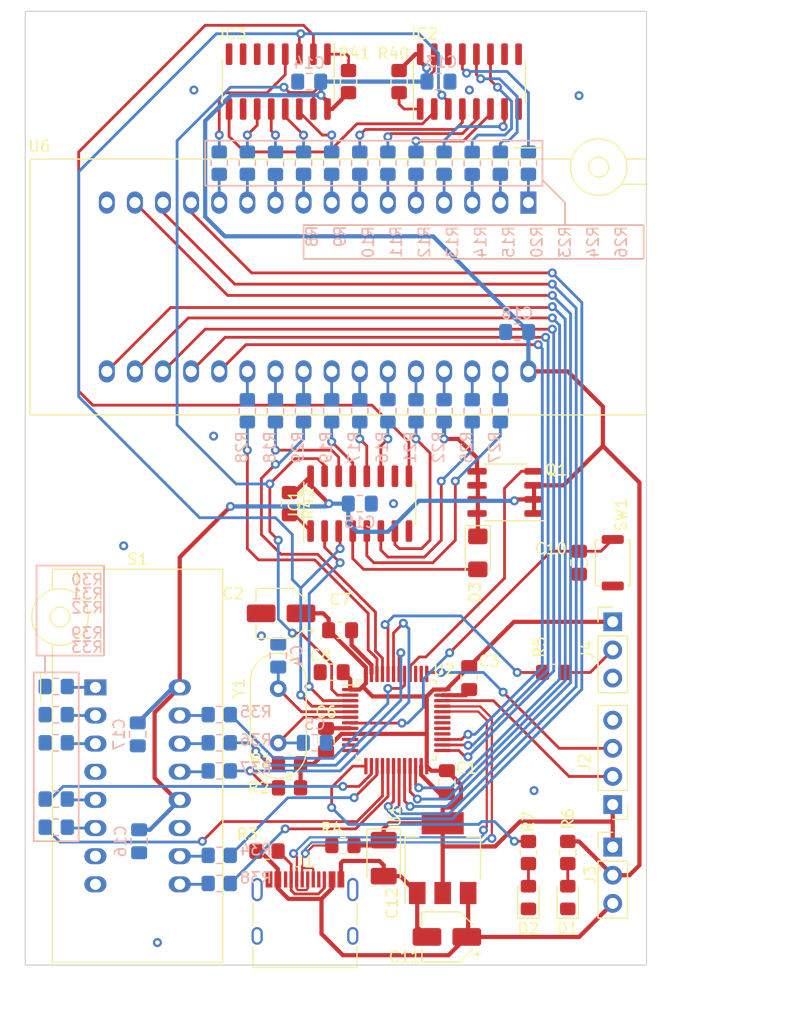
<source format=kicad_pcb>
(kicad_pcb (version 20211014) (generator pcbnew)
  (layers (0 "F.Cu" signal) (31 "B.Cu" signal) (34 "B.Paste" user) (35 "F.Paste" user) (36 "B.SilkS" user "B.Silkscreen") (37 "F.SilkS" user "F.Silkscreen") (38 "B.Mask" user) (39 "F.Mask" user) (44 "Edge.Cuts" user))
  (net 0 "")
  (net 1 "+3.3VA")
  (net 2 "GND")
  (net 3 "HSE_OUT")
  (net 4 "HSE_IN")
  (net 5 "/NRST")
  (net 6 "+5V")
  (net 7 "VBUS")
  (net 8 "Net-(D1-Pad2)")
  (net 9 "Net-(D2-Pad2)")
  (net 10 "A14+VCC_28")
  (net 11 "A14")
  (net 12 "Net-(J1-PadA5)")
  (net 13 "USB_D+")
  (net 14 "USB_D-")
  (net 18 "SWDIO")
  (net 19 "SWCLK")
  (net 20 "SZE")
  (net 21 "SCL")
  (net 22 "SDA")
  (net 23 "/BOOT0")
  (net 24 "LED")
  (net 25 "A0")
  (net 26 "Net-(R8-Pad2)")
  (net 27 "A1")
  (net 28 "Net-(R9-Pad2)")
  (net 29 "A2")
  (net 30 "Net-(R10-Pad2)")
  (net 31 "A3")
  (net 32 "Net-(R11-Pad2)")
  (net 33 "A4")
  (net 34 "Net-(R12-Pad2)")
  (net 35 "A5")
  (net 36 "Net-(R13-Pad2)")
  (net 37 "A6")
  (net 38 "Net-(R14-Pad2)")
  (net 39 "A7")
  (net 40 "Net-(R15-Pad2)")
  (net 41 "A8")
  (net 42 "Net-(R16-Pad2)")
  (net 43 "A9")
  (net 44 "Net-(R17-Pad2)")
  (net 45 "A10")
  (net 46 "Net-(R18-Pad2)")
  (net 47 "A11")
  (net 48 "Net-(R19-Pad2)")
  (net 49 "A12")
  (net 50 "Net-(R20-Pad2)")
  (net 51 "A13+NWE")
  (net 52 "Net-(R21-Pad2)")
  (net 53 "Net-(R22-Pad2)")
  (net 54 "A15")
  (net 55 "Net-(R23-Pad2)")
  (net 56 "A16")
  (net 57 "Net-(R24-Pad2)")
  (net 58 "A17")
  (net 59 "Net-(R25-Pad2)")
  (net 60 "A18")
  (net 61 "Net-(R26-Pad2)")
  (net 62 "A19")
  (net 63 "Net-(R27-Pad2)")
  (net 64 "NCE")
  (net 65 "Net-(R28-Pad2)")
  (net 66 "NOE")
  (net 67 "Net-(R29-Pad2)")
  (net 68 "I2C_A0")
  (net 69 "Net-(R30-Pad2)")
  (net 70 "I2C_A1")
  (net 71 "Net-(R31-Pad2)")
  (net 72 "I2C_A2")
  (net 73 "Net-(R32-Pad2)")
  (net 74 "NSS")
  (net 75 "Net-(R33-Pad2)")
  (net 76 "SCK")
  (net 77 "Net-(R34-Pad2)")
  (net 78 "Net-(R35-Pad1)")
  (net 79 "WP")
  (net 80 "Net-(R36-Pad1)")
  (net 81 "Net-(R37-Pad1)")
  (net 82 "Net-(R38-Pad1)")
  (net 83 "MOSI")
  (net 84 "Net-(R39-Pad1)")
  (net 85 "MISO")
  (net 88 "ADATA")
  (net 89 "ACLK")
  (net 93 "/D0")
  (net 94 "/D1")
  (net 95 "/D2")
  (net 96 "/D3")
  (net 97 "/D4")
  (net 98 "/D5")
  (net 99 "/D6")
  (net 100 "/D7")
  (net 107 "Net-(J4-Pad2)")
  (net 108 "Net-(IC1-Pad1)")
  (net 109 "SO1")
  (net 111 "AE")
  (net 112 "Net-(IC2-Pad1)")
  (net 113 "SO2")
  (net 116 "Net-(IC3-Pad1)")
  (net 118 "ACT")
  (footprint "Resistor_SMD:R_0805_2012Metric_Pad1.20x1.40mm_HandSolder" (layer "F.Cu") (at 197.104 131.699 180)
    (fp_text reference "R4")
    (fp_text value "1k5")
  )
  (footprint "Capacitor_SMD:C_0805_2012Metric_Pad1.18x1.45mm_HandSolder" (layer "F.Cu") (at 196.85 112.268)
    (fp_text reference "C7")
    (fp_text value "100n")
  )
  (footprint "Resistor_SMD:R_0805_2012Metric_Pad1.20x1.40mm_HandSolder" (layer "F.Cu") (at 202.184 62.738 -90)
    (fp_text reference "R40")
    (fp_text value "10k")
  )
  (footprint "Resistor_SMD:R_0805_2012Metric_Pad1.20x1.40mm_HandSolder" (layer "F.Cu") (at 197.612 62.738 90)
    (fp_text reference "R41")
    (fp_text value "10k")
  )
  (footprint "Capacitor_SMD:C_0805_2012Metric_Pad1.18x1.45mm_HandSolder" (layer "F.Cu") (at 218.44 106.172 90)
    (fp_text reference "C10")
    (fp_text value "100n")
  )
  (footprint "Diode_SMD:D_1206_3216Metric_Pad1.42x1.75mm_HandSolder" (layer "F.Cu") (at 209.296 105.283 -90)
    (fp_text reference "D3")
    (fp_text value "SS34")
  )
  (footprint "Resistor_SMD:R_0805_2012Metric_Pad1.20x1.40mm_HandSolder" (layer "F.Cu") (at 192.278 124.333)
    (fp_text reference "R1")
    (fp_text value "33k")
  )
  (footprint "Resistor_SMD:R_0805_2012Metric_Pad1.20x1.40mm_HandSolder" (layer "F.Cu") (at 192.278 100.838 -90)
    (fp_text reference "R42")
    (fp_text value "10k")
  )
  (footprint "Capacitor_SMD:C_0805_2012Metric_Pad1.18x1.45mm_HandSolder" (layer "F.Cu") (at 208.519 116.586 -90)
    (fp_text reference "C3")
    (fp_text value "100n")
  )
  (footprint "Resistor_SMD:R_0805_2012Metric_Pad1.20x1.40mm_HandSolder" (layer "F.Cu") (at 213.868 132.334 -90)
    (fp_text reference "R7")
    (fp_text value "470")
  )
  (footprint "Crystal:Crystal_HC18-U_Vertical" (layer "F.Cu") (at 191.262 117.5435 -90)
    (fp_text reference "Y1")
    (fp_text value "12M")
  )
  (footprint "Connector_USB:USB_C_Receptacle_HRO_TYPE-C-31-M-12" (layer "F.Cu") (at 193.675 138.811)
    (fp_text reference "J1")
    (fp_text value "USB_C_USB2.0")
  )
  (footprint "Capacitor_Tantalum_SMD:CP_EIA-3528-12_Kemet-T_Pad1.50x2.35mm_HandSolder" (layer "F.Cu") (at 200.787 132.842 -90)
    (fp_text reference "C12")
    (fp_text value "22u")
  )
  (footprint "LED_SMD:LED_0805_2012Metric_Pad1.15x1.40mm_HandSolder" (layer "F.Cu") (at 213.868 136.398 90)
    (fp_text reference "D2")
    (fp_text value "LED")
  )
  (footprint "Package_SO:SO-8_3.9x4.9mm_P1.27mm" (layer "F.Cu") (at 211.801 99.822 180)
    (fp_text reference "Q1")
    (fp_text value "SI4800")
  )
  (footprint "Package_QFP:LQFP-48_7x7mm_P0.5mm" (layer "F.Cu") (at 201.93 120.3745)
    (fp_text reference "U2")
    (fp_text value "STM32F103C8Tx")
  )
  (footprint "Button_Switch_SMD:SW_Push_SPST_NO_Alps_SKRK" (layer "F.Cu") (at 221.488 106.172 90)
    (fp_text reference "SW1")
    (fp_text value "RESET")
  )
  (footprint "Resistor_SMD:R_0805_2012Metric_Pad1.20x1.40mm_HandSolder" (layer "F.Cu") (at 192.278 126.492)
    (fp_text reference "R2")
    (fp_text value "33k")
  )
  (footprint "Capacitor_SMD:C_0805_2012Metric_Pad1.18x1.45mm_HandSolder" (layer "F.Cu") (at 196.088 116.0565 180)
    (fp_text reference "C8")
    (fp_text value "100n")
  )
  (footprint "Socket:DIP_Socket-16_W4.3_W5.08_W7.62_W10.16_W10.9_3M_216-3340-00-0602J" (layer "F.Cu") (at 174.7375 117.424)
    (fp_text reference "S1")
    (fp_text value "MEMSOCKET")
  )
  (footprint "Capacitor_SMD:C_0805_2012Metric_Pad1.18x1.45mm_HandSolder" (layer "F.Cu") (at 195.58 122.174 90)
    (fp_text reference "C6")
    (fp_text value "100n")
  )
  (footprint "Capacitor_SMD:CP_Elec_4x4.5" (layer "F.Cu") (at 206.502 139.954 180)
    (fp_text reference "C11")
    (fp_text value "1u")
  )
  (footprint "LED_SMD:LED_0805_2012Metric_Pad1.15x1.40mm_HandSolder" (layer "F.Cu") (at 217.424 136.398 90)
    (fp_text reference "D1")
    (fp_text value "VBUS OK")
  )
  (footprint "Connector_PinHeader_2.54mm:PinHeader_1x03_P2.54mm_Vertical" (layer "F.Cu") (at 221.488 131.841)
    (fp_text reference "J3")
    (fp_text value "LEVEL")
  )
  (footprint "Connector_PinHeader_2.54mm:PinHeader_1x03_P2.54mm_Vertical" (layer "F.Cu") (at 221.488 111.506)
    (fp_text reference "J4")
    (fp_text value "BOOT0")
  )
  (footprint "Resistor_SMD:R_0805_2012Metric_Pad1.20x1.40mm_HandSolder" (layer "F.Cu") (at 217.424 132.334 -90)
    (fp_text reference "R6")
    (fp_text value "470")
  )
  (footprint "Package_SO:SOIC-16_3.9x9.9mm_P1.27mm" (layer "F.Cu") (at 191.262 62.738 -90)
    (fp_text reference "IC3")
    (fp_text value "4094D")
  )
  (footprint "Resistor_SMD:R_0805_2012Metric_Pad1.20x1.40mm_HandSolder" (layer "F.Cu") (at 190.246 132.207)
    (fp_text reference "R3")
    (fp_text value "5k1")
  )
  (footprint "Capacitor_SMD:CP_Elec_4x4.5" (layer "F.Cu") (at 191.516 110.744 180)
    (fp_text reference "C2")
    (fp_text value "1u")
  )
  (footprint "Resistor_SMD:R_0805_2012Metric_Pad1.20x1.40mm_HandSolder" (layer "F.Cu") (at 216.154 116.078)
    (fp_text reference "R5")
    (fp_text value "10k")
  )
  (footprint "Socket:DIP_Socket-32_W11.9_W12.7_W15.24_W17.78_W18.5_3M_232-1285-00-0602J" (layer "F.Cu") (at 213.868 73.66 -90)
    (fp_text reference "U6")
    (fp_text value "SST39SF040")
  )
  (footprint "Package_TO_SOT_SMD:SOT-223-3_TabPin2" (layer "F.Cu") (at 206.121 132.842 90)
    (fp_text reference "U1")
    (fp_text value "AMS1117-3.3")
  )
  (footprint "Package_SO:SOIC-16_3.9x9.9mm_P1.27mm" (layer "F.Cu") (at 198.628 100.838 90)
    (fp_text reference "IC1")
    (fp_text value "4094D")
  )
  (footprint "Capacitor_SMD:C_0805_2012Metric_Pad1.18x1.45mm_HandSolder" (layer "F.Cu") (at 206.502 125.984 -90)
    (fp_text reference "C1")
    (fp_text value "100n")
  )
  (footprint "Connector_PinHeader_2.54mm:PinHeader_1x04_P2.54mm_Vertical" (layer "F.Cu") (at 221.488 128.006 180)
    (fp_text reference "J2")
    (fp_text value "SWD")
  )
  (footprint "Package_SO:SOIC-16_3.9x9.9mm_P1.27mm" (layer "F.Cu") (at 208.534 62.738 90)
    (fp_text reference "IC2")
    (fp_text value "4094D")
  )
  (footprint "Resistor_SMD:R_0805_2012Metric_Pad1.20x1.40mm_HandSolder" (layer "B.Cu") (at 185.928 124.968)
    (fp_text reference "R37")
    (fp_text value "10k")
  )
  (footprint "Capacitor_SMD:C_0805_2012Metric_Pad1.18x1.45mm_HandSolder" (layer "B.Cu") (at 194.056 62.738 180)
    (fp_text reference "C14")
    (fp_text value "100n")
  )
  (footprint "Resistor_SMD:R_0805_2012Metric_Pad1.20x1.40mm_HandSolder" (layer "B.Cu") (at 206.248 70.104 -90)
    (fp_text reference "R20")
    (fp_text value "10k")
  )
  (footprint "Capacitor_SMD:C_0805_2012Metric_Pad1.18x1.45mm_HandSolder" (layer "B.Cu") (at 178.689 131.318 -90)
    (fp_text reference "C16")
    (fp_text value "100n")
  )
  (footprint "Resistor_SMD:R_0805_2012Metric_Pad1.20x1.40mm_HandSolder" (layer "B.Cu") (at 208.788 92.456 90)
    (fp_text reference "R25")
    (fp_text value "10k")
  )
  (footprint "Resistor_SMD:R_0805_2012Metric_Pad1.20x1.40mm_HandSolder" (layer "B.Cu") (at 185.928 122.428)
    (fp_text reference "R36")
    (fp_text value "10k")
  )
  (footprint "Resistor_SMD:R_0805_2012Metric_Pad1.20x1.40mm_HandSolder" (layer "B.Cu") (at 185.928 119.888)
    (fp_text reference "R35")
    (fp_text value "10k")
  )
  (footprint "Resistor_SMD:R_0805_2012Metric_Pad1.20x1.40mm_HandSolder" (layer "B.Cu") (at 196.088 92.456 90)
    (fp_text reference "R19")
    (fp_text value "10k")
  )
  (footprint "Capacitor_SMD:C_0805_2012Metric_Pad1.18x1.45mm_HandSolder" (layer "B.Cu") (at 194.564 122.428 180)
    (fp_text reference "C5")
    (fp_text value "22p")
  )
  (footprint "Resistor_SMD:R_0805_2012Metric_Pad1.20x1.40mm_HandSolder" (layer "B.Cu") (at 201.168 70.104 -90)
    (fp_text reference "R14")
    (fp_text value "10k")
  )
  (footprint "Resistor_SMD:R_0805_2012Metric_Pad1.20x1.40mm_HandSolder" (layer "B.Cu") (at 171.196 130.048 180)
    (fp_text reference "R39")
    (fp_text value "10k")
  )
  (footprint "Resistor_SMD:R_0805_2012Metric_Pad1.20x1.40mm_HandSolder" (layer "B.Cu") (at 198.628 70.104 -90)
    (fp_text reference "R13")
    (fp_text value "10k")
  )
  (footprint "Resistor_SMD:R_0805_2012Metric_Pad1.20x1.40mm_HandSolder" (layer "B.Cu") (at 206.248 92.456 90)
    (fp_text reference "R22")
    (fp_text value "10k")
  )
  (footprint "Resistor_SMD:R_0805_2012Metric_Pad1.20x1.40mm_HandSolder" (layer "B.Cu") (at 188.468 70.104 -90)
    (fp_text reference "R9")
    (fp_text value "10k")
  )
  (footprint "Resistor_SMD:R_0805_2012Metric_Pad1.20x1.40mm_HandSolder" (layer "B.Cu") (at 203.708 92.456 90)
    (fp_text reference "R21")
    (fp_text value "10k")
  )
  (footprint "Resistor_SMD:R_0805_2012Metric_Pad1.20x1.40mm_HandSolder" (layer "B.Cu") (at 196.088 70.104 -90)
    (fp_text reference "R12")
    (fp_text value "10k")
  )
  (footprint "Capacitor_SMD:C_0805_2012Metric_Pad1.18x1.45mm_HandSolder" (layer "B.Cu") (at 205.74 62.738)
    (fp_text reference "C13")
    (fp_text value "100n")
  )
  (footprint "Resistor_SMD:R_0805_2012Metric_Pad1.20x1.40mm_HandSolder" (layer "B.Cu") (at 188.468 92.456 90)
    (fp_text reference "R28")
    (fp_text value "10k")
  )
  (footprint "Resistor_SMD:R_0805_2012Metric_Pad1.20x1.40mm_HandSolder" (layer "B.Cu") (at 171.196 122.428)
    (fp_text reference "R32")
    (fp_text value "10k")
  )
  (footprint "Capacitor_SMD:C_0805_2012Metric_Pad1.18x1.45mm_HandSolder" (layer "B.Cu") (at 178.562 121.666 -90)
    (fp_text reference "C17")
    (fp_text value "100n")
  )
  (footprint "Resistor_SMD:R_0805_2012Metric_Pad1.20x1.40mm_HandSolder" (layer "B.Cu") (at 193.548 92.456 90)
    (fp_text reference "R29")
    (fp_text value "10k")
  )
  (footprint "Resistor_SMD:R_0805_2012Metric_Pad1.20x1.40mm_HandSolder" (layer "B.Cu") (at 203.708 70.104 -90)
    (fp_text reference "R15")
    (fp_text value "10k")
  )
  (footprint "Resistor_SMD:R_0805_2012Metric_Pad1.20x1.40mm_HandSolder" (layer "B.Cu") (at 193.548 70.104 -90)
    (fp_text reference "R11")
    (fp_text value "10k")
  )
  (footprint "Resistor_SMD:R_0805_2012Metric_Pad1.20x1.40mm_HandSolder" (layer "B.Cu") (at 191.008 70.12 -90)
    (fp_text reference "R10")
    (fp_text value "10k")
  )
  (footprint "Resistor_SMD:R_0805_2012Metric_Pad1.20x1.40mm_HandSolder" (layer "B.Cu") (at 185.928 132.588 180)
    (fp_text reference "R34")
    (fp_text value "10k")
  )
  (footprint "Resistor_SMD:R_0805_2012Metric_Pad1.20x1.40mm_HandSolder" (layer "B.Cu") (at 191.008 92.456 90)
    (fp_text reference "R18")
    (fp_text value "10k")
  )
  (footprint "Resistor_SMD:R_0805_2012Metric_Pad1.20x1.40mm_HandSolder" (layer "B.Cu") (at 211.328 92.456 90)
    (fp_text reference "R27")
    (fp_text value "10k")
  )
  (footprint "Resistor_SMD:R_0805_2012Metric_Pad1.20x1.40mm_HandSolder" (layer "B.Cu") (at 171.196 117.348)
    (fp_text reference "R30")
    (fp_text value "10k")
  )
  (footprint "Capacitor_SMD:C_0805_2012Metric_Pad1.18x1.45mm_HandSolder" (layer "B.Cu") (at 198.628 100.838)
    (fp_text reference "C15")
    (fp_text value "100n")
  )
  (footprint "Resistor_SMD:R_0805_2012Metric_Pad1.20x1.40mm_HandSolder" (layer "B.Cu") (at 185.928 70.104 -90)
    (fp_text reference "R8")
    (fp_text value "10k")
  )
  (footprint "Resistor_SMD:R_0805_2012Metric_Pad1.20x1.40mm_HandSolder" (layer "B.Cu") (at 171.196 119.888)
    (fp_text reference "R31")
    (fp_text value "10k")
  )
  (footprint "Capacitor_SMD:C_0805_2012Metric_Pad1.18x1.45mm_HandSolder" (layer "B.Cu") (at 212.852 85.344 180)
    (fp_text reference "C18")
    (fp_text value "100n")
  )
  (footprint "Resistor_SMD:R_0805_2012Metric_Pad1.20x1.40mm_HandSolder" (layer "B.Cu") (at 198.628 92.456 90)
    (fp_text reference "R17")
    (fp_text value "10k")
  )
  (footprint "Resistor_SMD:R_0805_2012Metric_Pad1.20x1.40mm_HandSolder" (layer "B.Cu") (at 208.788 70.12 -90)
    (fp_text reference "R23")
    (fp_text value "10k")
  )
  (footprint "Resistor_SMD:R_0805_2012Metric_Pad1.20x1.40mm_HandSolder" (layer "B.Cu") (at 171.196 127.508)
    (fp_text reference "R33")
    (fp_text value "10k")
  )
  (footprint "Capacitor_SMD:C_0805_2012Metric_Pad1.18x1.45mm_HandSolder" (layer "B.Cu") (at 191.262 114.554 90)
    (fp_text reference "C4")
    (fp_text value "22p")
  )
  (footprint "Resistor_SMD:R_0805_2012Metric_Pad1.20x1.40mm_HandSolder" (layer "B.Cu") (at 201.168 92.456 90)
    (fp_text reference "R16")
    (fp_text value "10k")
  )
  (footprint "Resistor_SMD:R_0805_2012Metric_Pad1.20x1.40mm_HandSolder" (layer "B.Cu") (at 213.868 70.104 -90)
    (fp_text reference "R26")
    (fp_text value "10k")
  )
  (footprint "Resistor_SMD:R_0805_2012Metric_Pad1.20x1.40mm_HandSolder" (layer "B.Cu") (at 211.328 70.104 -90)
    (fp_text reference "R24")
    (fp_text value "10k")
  )
  (footprint "Resistor_SMD:R_0805_2012Metric_Pad1.20x1.40mm_HandSolder" (layer "B.Cu") (at 185.928 135.128)
    (fp_text reference "R38")
    (fp_text value "10k")
  )
  (gr_rect (start 169.418 106.426) (end 175.514 114.554) (layer "B.SilkS") (width 0.15) (fill none))
  (gr_line (start 170.18 114.554) (end 170.18 116.078) (layer "B.SilkS") (width 0.15))
  (gr_line (start 217.17 75.692) (end 217.17 73.66) (layer "B.SilkS") (width 0.15))
  (gr_rect (start 193.548 75.692) (end 224.282 78.74) (layer "B.SilkS") (width 0.15) (fill none))
  (gr_rect (start 169.164 116.078) (end 173.228 131.318) (layer "B.SilkS") (width 0.15) (fill none))
  (gr_rect (start 184.658 68.072) (end 215.138 72.136) (layer "B.SilkS") (width 0.15) (fill none))
  (gr_line (start 217.17 73.66) (end 215.138 71.628) (layer "B.SilkS") (width 0.15))
  (gr_rect (start 168.402 142.494) (end 224.536 56.388) (layer "Edge.Cuts") (width 0.1) (fill none))
  (via (at 208.534 63.5) (size 0.8128) (drill 0.4064) (layers "F.Cu" "B.Cu") (net 0))
  (segment (start 206.121 135.992) (end 206.121 131.699) (width 0.381) (layer "F.Cu") (net 1))
  (segment (start 206.121 129.692) (end 201.27 129.692) (width 0.381) (layer "F.Cu") (net 1))
  (segment (start 204.68 124.537) (end 204.68 121.622) (width 0.381) (layer "F.Cu") (net 1))
  (segment (start 201.27 129.692) (end 200.787 130.175) (width 0.381) (layer "F.Cu") (net 1))
  (segment (start 195.8125 111.2305) (end 195.8125 112.268) (width 0.381) (layer "F.Cu") (net 1))
  (segment (start 207.772 127.365887) (end 206.867887 128.27) (width 0.381) (layer "F.Cu") (net 1))
  (segment (start 197.7675 117.6245) (end 197.7675 116.6985) (width 0.381) (layer "F.Cu") (net 1))
  (segment (start 208.519 115.5485) (end 212.5615 111.506) (width 0.381) (layer "F.Cu") (net 1))
  (segment (start 204.68 121.622) (end 204.68 118.2451) (width 0.381) (layer "F.Cu") (net 1))
  (segment (start 195.326 110.744) (end 195.8125 111.2305) (width 0.381) (layer "F.Cu") (net 1))
  (segment (start 205.3006 117.6245) (end 206.0925 117.6245) (width 0.381) (layer "F.Cu") (net 1))
  (segment (start 206.205582 131.783582) (end 206.121 131.699) (width 0.381) (layer "F.Cu") (net 1))
  (segment (start 206.121 128.397) (end 206.121 129.692) (width 0.381) (layer "F.Cu") (net 1))
  (segment (start 199.18 115.614) (end 195.834 112.268) (width 0.381) (layer "F.Cu") (net 1))
  (segment (start 193.278 126.238) (end 193.278 124.333) (width 0.381) (layer "F.Cu") (net 1))
  (segment (start 194.4585 124.333) (end 195.58 123.2115) (width 0.381) (layer "F.Cu") (net 1))
  (segment (start 206.443 117.6245) (end 208.519 115.5485) (width 0.381) (layer "F.Cu") (net 1))
  (segment (start 198.6055 117.6245) (end 198.882 117.348) (width 0.381) (layer "F.Cu") (net 1))
  (segment (start 197.7675 121.6245) (end 204.6775 121.6245) (width 0.381) (layer "F.Cu") (net 1))
  (segment (start 207.772 126.2165) (end 207.772 127.365887) (width 0.381) (layer "F.Cu") (net 1))
  (segment (start 204.68 118.2451) (end 205.3006 117.6245) (width 0.381) (layer "F.Cu") (net 1))
  (segment (start 206.502 124.9465) (end 205.0895 124.9465) (width 0.381) (layer "F.Cu") (net 1))
  (segment (start 199.18 117.05) (end 199.18 116.212) (width 0.381) (layer "F.Cu") (net 1))
  (segment (start 213.106 129.54) (end 210.862418 131.783582) (width 0.381) (layer "F.Cu") (net 1))
  (segment (start 197.7675 116.6985) (end 197.1255 116.0565) (width 0.381) (layer "F.Cu") (net 1))
  (segment (start 195.834 112.268) (end 195.8125 112.268) (width 0.381) (layer "F.Cu") (net 1))
  (segment (start 200.787 130.175) (end 200.787 131.217) (width 0.381) (layer "F.Cu") (net 1))
  (segment (start 198.882 117.348) (end 199.18 117.05) (width 0.381) (layer "F.Cu") (net 1))
  (segment (start 206.0925 117.6245) (end 206.443 117.6245) (width 0.381) (layer "F.Cu") (net 1))
  (segment (start 221.488 131.841) (end 221.488 129.54) (width 0.381) (layer "F.Cu") (net 1))
  (segment (start 193.316 110.744) (end 195.326 110.744) (width 0.381) (layer "F.Cu") (net 1))
  (segment (start 210.862418 131.783582) (end 206.205582 131.783582) (width 0.381) (layer "F.Cu") (net 1))
  (segment (start 204.68 118.2451) (end 199.7791 118.2451) (width 0.381) (layer "F.Cu") (net 1))
  (segment (start 221.488 129.54) (end 213.106 129.54) (width 0.381) (layer "F.Cu") (net 1))
  (segment (start 212.5615 111.506) (end 221.488 111.506) (width 0.381) (layer "F.Cu") (net 1))
  (segment (start 206.867887 128.27) (end 206.248 128.27) (width 0.381) (layer "F.Cu") (net 1))
  (segment (start 205.0895 124.9465) (end 204.68 124.537) (width 0.381) (layer "F.Cu") (net 1))
  (segment (start 221.488 129.54) (end 221.488 128.006) (width 0.381) (layer "F.Cu") (net 1))
  (segment (start 206.502 124.9465) (end 207.772 126.2165) (width 0.381) (layer "F.Cu") (net 1))
  (segment (start 197.7675 117.6245) (end 198.6055 117.6245) (width 0.381) (layer "F.Cu") (net 1))
  (segment (start 204.6775 121.6245) (end 204.68 121.622) (width 0.381) (layer "F.Cu") (net 1))
  (segment (start 199.7791 118.2451) (end 198.882 117.348) (width 0.381) (layer "F.Cu") (net 1))
  (segment (start 198.104 131.699) (end 200.305 131.699) (width 0.381) (layer "F.Cu") (net 1))
  (segment (start 206.121 131.699) (end 206.121 129.692) (width 0.381) (layer "F.Cu") (net 1))
  (segment (start 196.9756 121.6245) (end 197.7675 121.6245) (width 0.381) (layer "F.Cu") (net 1))
  (segment (start 206.248 128.27) (end 206.121 128.397) (width 0.381) (layer "F.Cu") (net 1))
  (segment (start 195.58 123.0201) (end 196.9756 121.6245) (width 0.381) (layer "F.Cu") (net 1))
  (segment (start 199.18 116.212) (end 199.18 115.614) (width 0.381) (layer "F.Cu") (net 1))
  (segment (start 193.278 124.333) (end 194.4585 124.333) (width 0.381) (layer "F.Cu") (net 1))
  (segment (start 200.406 133.096) (end 200.787 133.477) (width 0.381) (layer "F.Cu") (net 2))
  (segment (start 208.519 117.6235) (end 208.519 117.841) (width 0.381) (layer "F.Cu") (net 2))
  (segment (start 196.925 134.766) (end 196.925 133.275) (width 0.381) (layer "F.Cu") (net 2))
  (segment (start 206.502 127.0215) (end 205.8726 127.0215) (width 0.381) (layer "F.Cu") (net 2))
  (segment (start 195.58 121.1365) (end 195.59952 121.11698) (width 0.381) (layer "F.Cu") (net 2))
  (segment (start 200.787 133.477) (end 200.787 134.467) (width 0.381) (layer "F.Cu") (net 2))
  (segment (start 208.519 117.841) (end 208.22798 118.13202) (width 0.381) (layer "F.Cu") (net 2))
  (segment (start 196.925 133.275) (end 197.104 133.096) (width 0.381) (layer "F.Cu") (net 2))
  (segment (start 199.68752 115.403778) (end 199.68752 116.212) (width 0.381) (layer "F.Cu") (net 2))
  (segment (start 200.787 134.467) (end 202.296 134.467) (width 0.381) (layer "F.Cu") (net 2))
  (segment (start 203.821 139.073) (end 204.702 139.954) (width 0.381) (layer "F.Cu") (net 2))
  (segment (start 197.104 133.096) (end 200.406 133.096) (width 0.381) (layer "F.Cu") (net 2))
  (segment (start 197.8875 113.603758) (end 199.68752 115.403778) (width 0.381) (layer "F.Cu") (net 2))
  (segment (start 208.22798 118.13202) (end 206.0925 118.13202) (width 0.381) (layer "F.Cu") (net 2))
  (segment (start 197.8875 112.268) (end 197.8875 113.603758) (width 0.381) (layer "F.Cu") (net 2))
  (segment (start 203.821 135.992) (end 203.821 139.073) (width 0.381) (layer "F.Cu") (net 2))
  (segment (start 205.8726 127.0215) (end 204.17248 125.32138) (width 0.381) (layer "F.Cu") (net 2))
  (segment (start 204.17248 125.32138) (end 204.17248 124.537) (width 0.381) (layer "F.Cu") (net 2))
  (segment (start 202.296 134.467) (end 203.821 135.992) (width 0.381) (layer "F.Cu") (net 2))
  (segment (start 195.59952 121.11698) (end 197.7675 121.11698) (width 0.381) (layer "F.Cu") (net 2))
  (via (at 183.642 63.5) (size 0.8128) (drill 0.4064) (layers "F.Cu" "B.Cu") (net 2))
  (via (at 201.676 100.838) (size 0.8128) (drill 0.4064) (layers "F.Cu" "B.Cu") (net 2))
  (via (at 185.42 94.742) (size 0.8128) (drill 0.4064) (layers "F.Cu" "B.Cu") (net 2))
  (via (at 177.292 104.648) (size 0.8128) (drill 0.4064) (layers "F.Cu" "B.Cu") (net 2))
  (via (at 180.34 140.462) (size 0.8128) (drill 0.4064) (layers "F.Cu" "B.Cu") (net 2))
  (via (at 214.376 126.746) (size 0.8128) (drill 0.4064) (layers "F.Cu" "B.Cu") (net 2))
  (via (at 218.44 64.008) (size 0.8128) (drill 0.4064) (layers "F.Cu" "B.Cu") (net 2))
  (via (at 189.738 112.776) (size 0.8128) (drill 0.4064) (layers "F.Cu" "B.Cu") (net 2))
  (segment (start 193.343 119.6245) (end 191.262 117.5435) (width 0.254) (layer "F.Cu") (net 3))
  (segment (start 197.7675 119.6245) (end 193.343 119.6245) (width 0.254) (layer "F.Cu") (net 3))
  (segment (start 191.262 117.5435) (end 191.262 115.5915) (width 0.254) (layer "B.Cu") (net 3))
  (segment (start 197.7675 120.1245) (end 193.581 120.1245) (width 0.254) (layer "F.Cu") (net 4))
  (segment (start 193.581 120.1245) (end 191.262 122.4435) (width 0.254) (layer "F.Cu") (net 4))
  (segment (start 191.262 122.4435) (end 193.3625 122.4435) (width 0.254) (layer "B.Cu") (net 4))
  (segment (start 202.438 120.65) (end 197.793 120.65) (width 0.254) (layer "F.Cu") (net 5))
  (segment (start 218.44 105.1345) (end 220.4255 105.1345) (width 0.254) (layer "F.Cu") (net 5))
  (segment (start 218.44 105.1345) (end 215.9215 105.1345) (width 0.254) (layer "F.Cu") (net 5))
  (segment (start 220.4255 105.1345) (end 221.488 104.072) (width 0.254) (layer "F.Cu") (net 5))
  (segment (start 215.9215 105.1345) (end 206.756 114.3) (width 0.254) (layer "F.Cu") (net 5))
  (via (at 202.438 120.65) (size 0.8128) (drill 0.4064) (layers "F.Cu" "B.Cu") (net 5))
  (via (at 206.756 114.3) (size 0.8128) (drill 0.4064) (layers "F.Cu" "B.Cu") (net 5))
  (segment (start 204.367911 119.241845) (end 202.959756 120.65) (width 0.254) (layer "B.Cu") (net 5))
  (segment (start 206.756 114.3) (end 204.367911 116.688089) (width 0.254) (layer "B.Cu") (net 5))
  (segment (start 204.367911 116.688089) (end 204.367911 119.241845) (width 0.254) (layer "B.Cu") (net 5))
  (segment (start 202.959756 120.65) (end 202.438 120.65) (width 0.254) (layer "B.Cu") (net 5))
  (segment (start 208.421 139.835) (end 208.421 135.992) (width 0.381) (layer "F.Cu") (net 6))
  (segment (start 191.225 133.821) (end 191.225 134.766) (width 0.381) (layer "F.Cu") (net 6))
  (segment (start 191.225 134.766) (end 191.225 135.563439) (width 0.381) (layer "F.Cu") (net 6))
  (segment (start 195.170188 139.671188) (end 195.170188 136.518251) (width 0.381) (layer "F.Cu") (net 6))
  (segment (start 196.125 135.563439) (end 196.125 134.766) (width 0.381) (layer "F.Cu") (net 6))
  (segment (start 208.302 139.954) (end 206.651 141.605) (width 0.381) (layer "F.Cu") (net 6))
  (segment (start 218.455 139.954) (end 221.488 136.921) (width 0.381) (layer "F.Cu") (net 6))
  (segment (start 197.104 141.605) (end 195.170188 139.671188) (width 0.381) (layer "F.Cu") (net 6))
  (segment (start 191.225 135.563439) (end 192.179812 136.518251) (width 0.381) (layer "F.Cu") (net 6))
  (segment (start 206.651 141.605) (end 197.104 141.605) (width 0.381) (layer "F.Cu") (net 6))
  (segment (start 195.170188 136.518251) (end 196.125 135.563439) (width 0.381) (layer "F.Cu") (net 6))
  (segment (start 189.611 132.207) (end 191.225 133.821) (width 0.381) (layer "F.Cu") (net 6))
  (segment (start 208.302 139.954) (end 218.455 139.954) (width 0.381) (layer "F.Cu") (net 6))
  (segment (start 192.179812 136.518251) (end 195.170188 136.518251) (width 0.381) (layer "F.Cu") (net 6))
  (segment (start 217.424 131.334) (end 218.441 131.334) (width 0.381) (layer "F.Cu") (net 7))
  (segment (start 195.707 64.549271) (end 195.124553 63.966824) (width 0.381) (layer "F.Cu") (net 7))
  (segment (start 192.278 99.838) (end 192.708 99.838) (width 0.381) (layer "F.Cu") (net 7))
  (segment (start 214.376 99.187) (end 217.043 99.187) (width 0.381) (layer "F.Cu") (net 7))
  (segment (start 195.707 65.213) (end 195.707 64.549271) (width 0.381) (layer "F.Cu") (net 7))
  (segment (start 220.599 95.631) (end 223.901 98.933) (width 0.381) (layer "F.Cu") (net 7))
  (segment (start 214.376 101.727) (end 214.376 99.187) (width 0.381) (layer "F.Cu") (net 7))
  (segment (start 204.089 60.263) (end 203.659 60.263) (width 0.381) (layer "F.Cu") (net 7))
  (segment (start 182.3575 105.6785) (end 186.944 101.092) (width 0.381) (layer "F.Cu") (net 7))
  (segment (start 182.3575 117.424) (end 182.3575 105.6785) (width 0.381) (layer "F.Cu") (net 7))
  (segment (start 214.376 100.457) (end 212.725 100.457) (width 0.381) (layer "F.Cu") (net 7))
  (segment (start 180.086 119.6955) (end 182.3575 117.424) (width 0.381) (layer "F.Cu") (net 7))
  (segment (start 196.137 65.213) (end 197.612 63.738) (width 0.381) (layer "F.Cu") (net 7))
  (segment (start 218.441 131.334) (end 221.488 134.381) (width 0.381) (layer "F.Cu") (net 7))
  (segment (start 204.089 60.926729) (end 204.671447 61.509176) (width 0.381) (layer "F.Cu") (net 7))
  (segment (start 217.424 88.9) (end 220.599 92.075) (width 0.381) (layer "F.Cu") (net 7))
  (segment (start 220.599 92.075) (end 220.599 95.631) (width 0.381) (layer "F.Cu") (net 7))
  (segment (start 223.901 133.477) (end 222.997 134.381) (width 0.381) (layer "F.Cu") (net 7))
  (segment (start 217.043 99.187) (end 220.599 95.631) (width 0.381) (layer "F.Cu") (net 7))
  (segment (start 212.725 100.457) (end 212.598 100.584) (width 0.381) (layer "F.Cu") (net 7))
  (segment (start 194.183 99.187) (end 194.183 98.363) (width 0.381) (layer "F.Cu") (net 7))
  (segment (start 203.659 60.263) (end 202.184 61.738) (width 0.381) (layer "F.Cu") (net 7))
  (segment (start 222.997 134.381) (end 221.488 134.381) (width 0.381) (layer "F.Cu") (net 7))
  (segment (start 180.086 125.603) (end 180.086 119.6955) (width 0.381) (layer "F.Cu") (net 7))
  (segment (start 195.834 100.838) (end 194.183 99.187) (width 0.381) (layer "F.Cu") (net 7))
  (segment (start 223.901 98.933) (end 223.901 133.477) (width 0.381) (layer "F.Cu") (net 7))
  (segment (start 192.708 99.838) (end 194.183 98.363) (width 0.381) (layer "F.Cu") (net 7))
  (segment (start 213.868 88.9) (end 217.424 88.9) (width 0.381) (layer "F.Cu") (net 7))
  (segment (start 195.707 65.213) (end 196.137 65.213) (width 0.381) (layer "F.Cu") (net 7))
  (segment (start 204.089 60.263) (end 204.089 60.926729) (width 0.381) (layer "F.Cu") (net 7))
  (segment (start 182.067 127.584) (end 180.086 125.603) (width 0.381) (layer "F.Cu") (net 7))
  (via (at 186.944 101.092) (size 0.8128) (drill 0.4064) (layers "F.Cu" "B.Cu") (net 7))
  (via (at 195.834 100.838) (size 0.8128) (drill 0.4064) (layers "F.Cu" "B.Cu") (net 7))
  (via (at 204.671447 61.509176) (size 0.8128) (drill 0.4064) (layers "F.Cu" "B.Cu") (net 7))
  (via (at 195.124553 63.966824) (size 0.8128) (drill 0.4064) (layers "F.Cu" "B.Cu") (net 7))
  (via (at 212.598 100.584) (size 0.8128) (drill 0.4064) (layers "F.Cu" "B.Cu") (net 7))
  (segment (start 197.5905 102.5945) (end 197.5905 100.838) (width 0.381) (layer "B.Cu") (net 7))
  (segment (start 213.868 85.3655) (end 213.8895 85.344) (width 0.381) (layer "B.Cu") (net 7))
  (segment (start 213.8895 85.344) (end 205.2535 76.708) (width 0.381) (layer "B.Cu") (net 7))
  (segment (start 186.985176 63.966824) (end 195.124553 63.966824) (width 0.381) (layer "B.Cu") (net 7))
  (segment (start 212.598 100.584) (end 203.962 100.584) (width 0.381) (layer "B.Cu") (net 7))
  (segment (start 195.124553 63.966824) (end 195.124553 63.214947) (width 0.381) (layer "B.Cu") (net 7))
  (segment (start 213.868 88.9) (end 213.868 85.3655) (width 0.381) (layer "B.Cu") (net 7))
  (segment (start 205.2535 76.708) (end 186.436 76.708) (width 0.381) (layer "B.Cu") (net 7))
  (segment (start 186.944 101.092) (end 195.58 101.092) (width 0.381) (layer "B.Cu") (net 7))
  (segment (start 198.374 103.378) (end 197.5905 102.5945) (width 0.381) (layer "B.Cu") (net 7))
  (segment (start 184.658 74.93) (end 184.658 66.294) (width 0.381) (layer "B.Cu") (net 7))
  (segment (start 186.436 76.708) (end 186.182 76.454) (width 0.381) (layer "B.Cu") (net 7))
  (segment (start 204.671447 61.509176) (end 204.671447 62.261053) (width 0.381) (layer "B.Cu") (net 7))
  (segment (start 195.0935 62.738) (end 204.7025 62.738) (width 0.381) (layer "B.Cu") (net 7))
  (segment (start 195.58 101.092) (end 195.834 100.838) (width 0.381) (layer "B.Cu") (net 7))
  (segment (start 197.5905 100.838) (end 195.834 100.838) (width 0.381) (layer "B.Cu") (net 7))
  (segment (start 178.689 130.2805) (end 179.661 130.2805) (width 0.381) (layer "B.Cu") (net 7))
  (segment (start 203.962 100.584) (end 201.168 103.378) (width 0.381) (layer "B.Cu") (net 7))
  (segment (start 181.7665 117.424) (end 178.562 120.6285) (width 0.381) (layer "B.Cu") (net 7))
  (segment (start 201.168 103.378) (end 198.374 103.378) (width 0.381) (layer "B.Cu") (net 7))
  (segment (start 184.658 66.294) (end 186.985176 63.966824) (width 0.381) (layer "B.Cu") (net 7))
  (segment (start 186.182 76.454) (end 184.658 74.93) (width 0.381) (layer "B.Cu") (net 7))
  (segment (start 179.661 130.2805) (end 182.3575 127.584) (width 0.381) (layer "B.Cu") (net 7))
  (segment (start 217.424 135.373) (end 217.424 133.334) (width 0.254) (layer "F.Cu") (net 8))
  (segment (start 213.868 135.373) (end 213.868 133.334) (width 0.254) (layer "F.Cu") (net 9))
  (segment (start 209.296 103.7955) (end 209.296 97.987) (width 0.381) (layer "F.Cu") (net 10))
  (segment (start 207.518 94.996) (end 206.248 94.996) (width 0.381) (layer "F.Cu") (net 10))
  (segment (start 209.226 97.917) (end 209.226 96.704) (width 0.381) (layer "F.Cu") (net 10))
  (segment (start 209.226 96.704) (end 207.518 94.996) (width 0.381) (layer "F.Cu") (net 10))
  (via (at 206.248 94.996) (size 0.8128) (drill 0.4064) (layers "F.Cu" "B.Cu") (net 10))
  (segment (start 206.248 94.996) (end 206.248 93.456) (width 0.381) (layer "B.Cu") (net 10))
  (segment (start 197.993 105.791) (end 198.9725 106.7705) (width 0.254) (layer "F.Cu") (net 11))
  (segment (start 197.993 103.313) (end 197.993 105.791) (width 0.254) (layer "F.Cu") (net 11))
  (segment (start 198.9725 106.7705) (end 209.296 106.7705) (width 0.254) (layer "F.Cu") (net 11))
  (segment (start 192.425 133.386) (end 192.425 134.766) (width 0.254) (layer "F.Cu") (net 12))
  (segment (start 191.246 132.207) (end 192.425 133.386) (width 0.254) (layer "F.Cu") (net 12))
  (segment (start 192.425 134.766) (end 192.425 135.745) (width 0.254) (layer "F.Cu") (net 12))
  (segment (start 192.425 135.745) (end 192.754231 136.074231) (width 0.254) (layer "F.Cu") (net 12))
  (segment (start 194.887769 136.074231) (end 195.425 135.537) (width 0.254) (layer "F.Cu") (net 12))
  (segment (start 192.754231 136.074231) (end 194.887769 136.074231) (width 0.254) (layer "F.Cu") (net 12))
  (segment (start 195.425 135.537) (end 195.425 134.766) (width 0.254) (layer "F.Cu") (net 12))
  (segment (start 193.425 133.678499) (end 193.4036 133.657099) (width 0.2032) (layer "F.Cu") (net 13))
  (segment (start 210.562171 120.195881) (end 209.512189 119.145899) (width 0.2032) (layer "F.Cu") (net 13))
  (segment (start 194.436374 131.699) (end 193.7084 132.426974) (width 0.2032) (layer "F.Cu") (net 13))
  (segment (start 193.403601 132.731773) (end 193.7084 132.426974) (width 0.2032) (layer "F.Cu") (net 13))
  (segment (start 193.5318 133.731) (end 194.3182 133.731) (width 0.2032) (layer "F.Cu") (net 13))
  (segment (start 209.512189 119.145899) (end 206.113899 119.145899) (width 0.2032) (layer "F.Cu") (net 13))
  (segment (start 194.3182 133.731) (end 194.425 133.8378) (width 0.2032) (layer "F.Cu") (net 13))
  (segment (start 193.425 134.766) (end 193.425 133.678499) (width 0.2032) (layer "F.Cu") (net 13))
  (segment (start 210.562171 131.060171) (end 210.562171 120.195881) (width 0.2032) (layer "F.Cu") (net 13))
  (segment (start 196.104 131.699) (end 194.436374 131.699) (width 0.2032) (layer "F.Cu") (net 13))
  (segment (start 193.4036 133.657099) (end 193.403601 132.731773) (width 0.2032) (layer "F.Cu") (net 13))
  (segment (start 194.425 133.8378) (end 194.425 134.766) (width 0.2032) (layer "F.Cu") (net 13))
  (via (at 193.7084 132.426974) (size 0.8128) (drill 0.4064) (layers "F.Cu" "B.Cu") (net 13))
  (via (at 210.562171 131.060171) (size 0.8128) (drill 0.4064) (layers "F.Cu" "B.Cu") (net 13))
  (segment (start 210.131119 131.060171) (end 210.562171 131.060171) (width 0.2032) (layer "B.Cu") (net 13))
  (segment (start 194.295553 131.4196) (end 209.77169 131.4196) (width 0.2032) (layer "B.Cu") (net 13))
  (segment (start 209.77169 131.4196) (end 210.131119 131.060171) (width 0.2032) (layer "B.Cu") (net 13))
  (segment (start 193.7084 132.426974) (end 193.7084 132.006753) (width 0.2032) (layer "B.Cu") (net 13))
  (segment (start 193.7084 132.006753) (end 194.295553 131.4196) (width 0.2032) (layer "B.Cu") (net 13))
  (segment (start 192.946399 132.731773) (end 192.6416 132.426974) (width 0.2032) (layer "F.Cu") (net 14))
  (segment (start 192.925 133.678499) (end 192.9464 133.657099) (width 0.2032) (layer "F.Cu") (net 14))
  (segment (start 193.803111 135.719111) (end 193.046889 135.719111) (width 0.2032) (layer "F.Cu") (net 14))
  (segment (start 210.104971 120.385261) (end 209.322811 119.603101) (width 0.2032) (layer "F.Cu") (net 14))
  (segment (start 193.925 134.766) (end 193.925 135.597222) (width 0.2032) (layer "F.Cu") (net 14))
  (segment (start 192.9464 133.657099) (end 192.946399 132.731773) (width 0.2032) (layer "F.Cu") (net 14))
  (segment (start 209.322811 119.603101) (end 206.113899 119.603101) (width 0.2032) (layer "F.Cu") (net 14))
  (segment (start 210.104971 130.008687) (end 210.104971 120.385261) (width 0.2032) (layer "F.Cu") (net 14))
  (segment (start 192.925 135.597222) (end 192.925 134.766) (width 0.2032) (layer "F.Cu") (net 14))
  (segment (start 193.925 135.597222) (end 193.803111 135.719111) (width 0.2032) (layer "F.Cu") (net 14))
  (segment (start 209.807829 130.305829) (end 210.104971 130.008687) (width 0.2032) (layer "F.Cu") (net 14))
  (segment (start 192.925 134.766) (end 192.925 133.678499) (width 0.2032) (layer "F.Cu") (net 14))
  (segment (start 193.046889 135.719111) (end 192.925 135.597222) (width 0.2032) (layer "F.Cu") (net 14))
  (via (at 192.6416 132.426974) (size 0.8128) (drill 0.4064) (layers "F.Cu" "B.Cu") (net 14))
  (via (at 209.807829 130.305829) (size 0.8128) (drill 0.4064) (layers "F.Cu" "B.Cu") (net 14))
  (segment (start 194.106174 130.9624) (end 209.58231 130.9624) (width 0.2032) (layer "B.Cu") (net 14))
  (segment (start 192.6416 132.426974) (end 194.106174 130.9624) (width 0.2032) (layer "B.Cu") (net 14))
  (segment (start 209.58231 130.9624) (end 209.807829 130.736881) (width 0.2032) (layer "B.Cu") (net 14))
  (segment (start 209.807829 130.736881) (end 209.807829 130.305829) (width 0.2032) (layer "B.Cu") (net 14))
  (segment (start 210.6995 118.6245) (end 217.551 125.476) (width 0.254) (layer "F.Cu") (net 18))
  (segment (start 217.561 125.466) (end 221.488 125.466) (width 0.254) (layer "F.Cu") (net 18))
  (segment (start 206.0925 118.6245) (end 210.6995 118.6245) (width 0.254) (layer "F.Cu") (net 18))
  (segment (start 217.551 125.476) (end 217.561 125.466) (width 0.254) (layer "F.Cu") (net 18))
  (segment (start 205.994 116.078) (end 204.814 116.078) (width 0.254) (layer "F.Cu") (net 19))
  (segment (start 204.814 116.078) (end 204.68 116.212) (width 0.254) (layer "F.Cu") (net 19))
  (segment (start 211.582 117.856) (end 216.652 122.926) (width 0.254) (layer "F.Cu") (net 19))
  (segment (start 221.488 122.926) (end 216.652 122.926) (width 0.254) (layer "F.Cu") (net 19))
  (via (at 211.582 117.856) (size 0.8128) (drill 0.4064) (layers "F.Cu" "B.Cu") (net 19))
  (via (at 205.994 116.078) (size 0.8128) (drill 0.4064) (layers "F.Cu" "B.Cu") (net 19))
  (segment (start 209.804 116.078) (end 205.994 116.078) (width 0.254) (layer "B.Cu") (net 19))
  (segment (start 211.582 117.856) (end 209.804 116.078) (width 0.254) (layer "B.Cu") (net 19))
  (segment (start 214.376 97.917) (end 213.233 97.917) (width 0.254) (layer "F.Cu") (net 20))
  (segment (start 204.008903 114.681) (end 203.18 115.509903) (width 0.254) (layer "F.Cu") (net 20))
  (segment (start 204.597 114.681) (end 211.709 107.569) (width 0.254) (layer "F.Cu") (net 20))
  (segment (start 203.18 115.509903) (end 203.18 116.212) (width 0.254) (layer "F.Cu") (net 20))
  (segment (start 213.233 97.917) (end 211.709 99.441) (width 0.254) (layer "F.Cu") (net 20))
  (segment (start 211.709 99.441) (end 211.709 107.569) (width 0.254) (layer "F.Cu") (net 20))
  (segment (start 204.008903 114.681) (end 204.597 114.681) (width 0.254) (layer "F.Cu") (net 20))
  (segment (start 202.3399 114.3) (end 202.18 114.4599) (width 0.254) (layer "F.Cu") (net 21))
  (segment (start 202.18 114.4599) (end 202.18 116.212) (width 0.254) (layer "F.Cu") (net 21))
  (segment (start 191.278 124.333) (end 190.373 124.333) (width 0.254) (layer "F.Cu") (net 21))
  (segment (start 190.373 124.333) (end 189.23 123.19) (width 0.254) (layer "F.Cu") (net 21))
  (via (at 202.3399 114.3) (size 0.8128) (drill 0.4064) (layers "F.Cu" "B.Cu") (net 21))
  (via (at 189.23 123.19) (size 0.8128) (drill 0.4064) (layers "F.Cu" "B.Cu") (net 21))
  (segment (start 188.595 122.428) (end 190.627 124.46) (width 0.254) (layer "B.Cu") (net 21))
  (segment (start 196.469 124.46) (end 202.3399 118.5891) (width 0.254) (layer "B.Cu") (net 21))
  (segment (start 190.627 124.46) (end 196.469 124.46) (width 0.254) (layer "B.Cu") (net 21))
  (segment (start 186.928 122.428) (end 188.595 122.428) (width 0.254) (layer "B.Cu") (net 21))
  (segment (start 202.3399 118.5891) (end 202.3399 114.3) (width 0.254) (layer "B.Cu") (net 21))
  (segment (start 191.278 126.238) (end 189.992 126.238) (width 0.254) (layer "F.Cu") (net 22))
  (segment (start 201.68 112.518) (end 201.68 116.212) (width 0.254) (layer "F.Cu") (net 22))
  (segment (start 189.992 126.238) (end 188.722 124.968) (width 0.254) (layer "F.Cu") (net 22))
  (segment (start 202.565 111.633) (end 201.68 112.518) (width 0.254) (layer "F.Cu") (net 22))
  (via (at 188.722 124.968) (size 0.8128) (drill 0.4064) (layers "F.Cu" "B.Cu") (net 22))
  (via (at 202.565 111.633) (size 0.8128) (drill 0.4064) (layers "F.Cu" "B.Cu") (net 22))
  (segment (start 203.073 118.745) (end 196.85 124.968) (width 0.254) (layer "B.Cu") (net 22))
  (segment (start 202.565 111.633) (end 203.073 112.141) (width 0.254) (layer "B.Cu") (net 22))
  (segment (start 196.85 124.968) (end 188.722 124.968) (width 0.254) (layer "B.Cu") (net 22))
  (segment (start 188.722 124.968) (end 186.928 124.968) (width 0.254) (layer "B.Cu") (net 22))
  (segment (start 203.073 112.141) (end 203.073 118.745) (width 0.254) (layer "B.Cu") (net 22))
  (segment (start 201.18 116.212) (end 201.18 112.026) (width 0.254) (layer "F.Cu") (net 23))
  (segment (start 212.852 116.078) (end 215.154 116.078) (width 0.254) (layer "F.Cu") (net 23))
  (segment (start 201.18 112.026) (end 200.914 111.76) (width 0.254) (layer "F.Cu") (net 23))
  (via (at 200.914 111.76) (size 0.8128) (drill 0.4064) (layers "F.Cu" "B.Cu") (net 23))
  (via (at 212.852 116.078) (size 0.8128) (drill 0.4064) (layers "F.Cu" "B.Cu") (net 23))
  (segment (start 200.914 111.76) (end 201.700911 110.973089) (width 0.254) (layer "B.Cu") (net 23))
  (segment (start 207.747089 110.973089) (end 212.852 116.078) (width 0.254) (layer "B.Cu") (net 23))
  (segment (start 201.700911 110.973089) (end 207.747089 110.973089) (width 0.254) (layer "B.Cu") (net 23))
  (segment (start 196.088 126.447744) (end 196.088 128.27) (width 0.254) (layer "F.Cu") (net 24))
  (segment (start 199.18 124.537) (end 197.998744 124.537) (width 0.254) (layer "F.Cu") (net 24))
  (segment (start 197.998744 124.537) (end 196.088 126.447744) (width 0.254) (layer "F.Cu") (net 24))
  (segment (start 212.598 131.318) (end 213.852 131.318) (width 0.254) (layer "F.Cu") (net 24))
  (via (at 196.088 128.27) (size 0.8128) (drill 0.4064) (layers "F.Cu" "B.Cu") (net 24))
  (via (at 212.598 131.318) (size 0.8128) (drill 0.4064) (layers "F.Cu" "B.Cu") (net 24))
  (segment (start 197.612 129.794) (end 209.386402 129.794) (width 0.254) (layer "B.Cu") (net 24))
  (segment (start 196.088 128.27) (end 197.612 129.794) (width 0.254) (layer "B.Cu") (net 24))
  (segment (start 210.82 129.54) (end 212.598 131.318) (width 0.254) (layer "B.Cu") (net 24))
  (segment (start 209.640402 129.54) (end 210.82 129.54) (width 0.254) (layer "B.Cu") (net 24))
  (segment (start 209.386402 129.794) (end 209.640402 129.54) (width 0.254) (layer "B.Cu") (net 24))
  (segment (start 190.246 63.754) (end 186.436 63.754) (width 0.254) (layer "F.Cu") (net 25))
  (segment (start 186.436 63.754) (end 185.928 64.262) (width 0.254) (layer "F.Cu") (net 25))
  (segment (start 191.897 62.103) (end 190.246 63.754) (width 0.254) (layer "F.Cu") (net 25))
  (segment (start 185.928 64.262) (end 185.928 67.564) (width 0.254) (layer "F.Cu") (net 25))
  (segment (start 191.897 60.263) (end 191.897 62.103) (width 0.254) (layer "F.Cu") (net 25))
  (via (at 185.928 67.564) (size 0.8128) (drill 0.4064) (layers "F.Cu" "B.Cu") (net 25))
  (segment (start 185.928 67.564) (end 185.928 69.104) (width 0.254) (layer "B.Cu") (net 25))
  (segment (start 185.928 71.104) (end 185.928 73.66) (width 0.254) (layer "B.Cu") (net 26))
  (segment (start 189.357 66.675) (end 188.468 67.564) (width 0.254) (layer "F.Cu") (net 27))
  (segment (start 189.357 65.213) (end 189.357 66.675) (width 0.254) (layer "F.Cu") (net 27))
  (via (at 188.468 67.564) (size 0.8128) (drill 0.4064) (layers "F.Cu" "B.Cu") (net 27))
  (segment (start 188.468 67.564) (end 188.468 69.104) (width 0.254) (layer "B.Cu") (net 27))
  (segment (start 188.468 71.104) (end 188.468 73.66) (width 0.254) (layer "B.Cu") (net 28))
  (segment (start 190.627 67.183) (end 191.008 67.564) (width 0.254) (layer "F.Cu") (net 29))
  (segment (start 190.627 65.213) (end 190.627 67.183) (width 0.254) (layer "F.Cu") (net 29))
  (via (at 191.008 67.564) (size 0.8128) (drill 0.4064) (layers "F.Cu" "B.Cu") (net 29))
  (segment (start 191.008 67.564) (end 191.008 69.12) (width 0.254) (layer "B.Cu") (net 29))
  (segment (start 191.008 71.12) (end 191.008 73.66) (width 0.254) (layer "B.Cu") (net 30))
  (segment (start 191.897 65.913) (end 193.548 67.564) (width 0.254) (layer "F.Cu") (net 31))
  (segment (start 191.897 65.213) (end 191.897 65.913) (width 0.254) (layer "F.Cu") (net 31))
  (via (at 193.548 67.564) (size 0.8128) (drill 0.4064) (layers "F.Cu" "B.Cu") (net 31))
  (segment (start 193.548 67.564) (end 193.548 69.104) (width 0.254) (layer "B.Cu") (net 31))
  (segment (start 193.548 71.104) (end 193.548 73.66) (width 0.254) (layer "B.Cu") (net 32))
  (segment (start 195.242337 67.564) (end 196.088 67.564) (width 0.254) (layer "F.Cu") (net 33))
  (segment (start 193.167 65.488663) (end 195.242337 67.564) (width 0.254) (layer "F.Cu") (net 33))
  (segment (start 193.167 65.213) (end 193.167 65.488663) (width 0.254) (layer "F.Cu") (net 33))
  (via (at 196.088 67.564) (size 0.8128) (drill 0.4064) (layers "F.Cu" "B.Cu") (net 33))
  (segment (start 196.088 67.564) (end 196.088 69.104) (width 0.254) (layer "B.Cu") (net 33))
  (segment (start 196.088 71.104) (end 196.088 73.66) (width 0.254) (layer "B.Cu") (net 34))
  (segment (start 207.264 67.056) (end 207.899 66.421) (width 0.254) (layer "F.Cu") (net 35))
  (segment (start 198.628 67.564) (end 199.136 67.056) (width 0.254) (layer "F.Cu") (net 35))
  (segment (start 199.136 67.056) (end 207.264 67.056) (width 0.254) (layer "F.Cu") (net 35))
  (segment (start 207.899 66.421) (end 207.899 65.213) (width 0.254) (layer "F.Cu") (net 35))
  (segment (start 207.899 65.213) (end 207.899 65.913) (width 0.254) (layer "F.Cu") (net 35))
  (via (at 198.628 67.564) (size 0.8128) (drill 0.4064) (layers "F.Cu" "B.Cu") (net 35))
  (segment (start 198.628 69.104) (end 198.628 67.564) (width 0.254) (layer "B.Cu") (net 35))
  (segment (start 198.628 71.104) (end 198.628 73.66) (width 0.254) (layer "B.Cu") (net 36))
  (segment (start 209.169 66.167) (end 207.899481 67.436519) (width 0.254) (layer "F.Cu") (net 37))
  (segment (start 201.447381 67.436519) (end 201.168 67.7159) (width 0.254) (layer "F.Cu") (net 37))
  (segment (start 201.802519 67.436519) (end 201.447381 67.436519) (width 0.254) (layer "F.Cu") (net 37))
  (segment (start 209.169 65.213) (end 209.169 66.167) (width 0.254) (layer "F.Cu") (net 37))
  (segment (start 207.899481 67.436519) (end 201.802519 67.436519) (width 0.254) (layer "F.Cu") (net 37))
  (via (at 201.168 67.7159) (size 0.8128) (drill 0.4064) (layers "F.Cu" "B.Cu") (net 37))
  (segment (start 201.168 67.7159) (end 201.168 69.104) (width 0.254) (layer "B.Cu") (net 37))
  (segment (start 201.168 71.104) (end 201.168 73.66) (width 0.254) (layer "B.Cu") (net 38))
  (segment (start 208.001581 68.096419) (end 203.708 68.096419) (width 0.254) (layer "F.Cu") (net 39))
  (segment (start 210.439 65.659) (end 208.001581 68.096419) (width 0.254) (layer "F.Cu") (net 39))
  (segment (start 210.439 65.213) (end 210.439 65.659) (width 0.254) (layer "F.Cu") (net 39))
  (via (at 203.708 68.096419) (size 0.8128) (drill 0.4064) (layers "F.Cu" "B.Cu") (net 39))
  (segment (start 203.708 68.096419) (end 203.708 69.104) (width 0.254) (layer "B.Cu") (net 39))
  (segment (start 203.708 71.104) (end 203.708 73.66) (width 0.254) (layer "B.Cu") (net 40))
  (segment (start 200.533 95.631) (end 201.168 94.996) (width 0.254) (layer "F.Cu") (net 41))
  (segment (start 200.533 98.363) (end 200.533 95.631) (width 0.254) (layer "F.Cu") (net 41))
  (via (at 201.168 94.996) (size 0.8128) (drill 0.4064) (layers "F.Cu" "B.Cu") (net 41))
  (segment (start 201.168 94.996) (end 201.168 93.456) (width 0.254) (layer "B.Cu") (net 41))
  (segment (start 201.168 91.456) (end 201.168 88.9) (width 0.254) (layer "B.Cu") (net 42))
  (segment (start 199.263 95.631) (end 198.628 94.996) (width 0.254) (layer "F.Cu") (net 43))
  (segment (start 199.263 98.363) (end 199.263 95.631) (width 0.254) (layer "F.Cu") (net 43))
  (via (at 198.628 94.996) (size 0.8128) (drill 0.4064) (layers "F.Cu" "B.Cu") (net 43))
  (segment (start 198.628 94.996) (end 198.628 93.456) (width 0.254) (layer "B.Cu") (net 43))
  (segment (start 198.628 91.456) (end 198.628 88.9) (width 0.254) (layer "B.Cu") (net 44))
  (segment (start 196.088 96.012) (end 191.008 96.012) (width 0.254) (layer "F.Cu") (net 45))
  (segment (start 196.723 96.647) (end 196.088 96.012) (width 0.254) (layer "F.Cu") (net 45))
  (segment (start 196.723 98.363) (end 196.723 96.647) (width 0.254) (layer "F.Cu") (net 45))
  (via (at 191.008 96.012) (size 0.8128) (drill 0.4064) (layers "F.Cu" "B.Cu") (net 45))
  (segment (start 191.008 96.012) (end 191.008 93.456) (width 0.254) (layer "B.Cu") (net 45))
  (segment (start 191.008 91.456) (end 191.008 88.9) (width 0.254) (layer "B.Cu") (net 46))
  (segment (start 197.993 98.363) (end 197.993 97.155) (width 0.254) (layer "F.Cu") (net 47))
  (segment (start 197.993 97.155) (end 196.088 95.25) (width 0.254) (layer "F.Cu") (net 47))
  (via (at 196.088 95.25) (size 0.8128) (drill 0.4064) (layers "F.Cu" "B.Cu") (net 47))
  (segment (start 196.088 95.25) (end 196.088 93.456) (width 0.254) (layer "B.Cu") (net 47))
  (segment (start 196.088 91.456) (end 196.088 88.9) (width 0.254) (layer "B.Cu") (net 48))
  (segment (start 211.709 66.675) (end 211.582 66.802) (width 0.254) (layer "F.Cu") (net 49))
  (segment (start 211.709 65.213) (end 211.709 66.675) (width 0.254) (layer "F.Cu") (net 49))
  (via (at 211.582 66.802) (size 0.8128) (drill 0.4064) (layers "F.Cu" "B.Cu") (net 49))
  (segment (start 211.582 66.802) (end 207.518 66.802) (width 0.254) (layer "B.Cu") (net 49))
  (segment (start 206.248 69.104) (end 206.248 68.072) (width 0.254) (layer "B.Cu") (net 49))
  (segment (start 207.518 66.802) (end 206.248 68.072) (width 0.254) (layer "B.Cu") (net 49))
  (segment (start 206.248 71.104) (end 206.248 73.66) (width 0.254) (layer "B.Cu") (net 50))
  (segment (start 204.978 104.14) (end 204.978 96.266) (width 0.254) (layer "F.Cu") (net 51))
  (segment (start 201.803 103.313) (end 201.803 104.521) (width 0.254) (layer "F.Cu") (net 51))
  (segment (start 201.803 104.521) (end 202.184 104.902) (width 0.254) (layer "F.Cu") (net 51))
  (segment (start 202.184 104.902) (end 204.216 104.902) (width 0.254) (layer "F.Cu") (net 51))
  (segment (start 204.978 96.266) (end 203.708 94.996) (width 0.254) (layer "F.Cu") (net 51))
  (segment (start 204.216 104.902) (end 204.978 104.14) (width 0.254) (layer "F.Cu") (net 51))
  (via (at 203.708 94.996) (size 0.8128) (drill 0.4064) (layers "F.Cu" "B.Cu") (net 51))
  (segment (start 203.708 94.996) (end 203.708 93.456) (width 0.254) (layer "B.Cu") (net 51))
  (segment (start 203.708 91.456) (end 203.708 88.9) (width 0.254) (layer "B.Cu") (net 52))
  (segment (start 206.248 91.456) (end 206.248 88.9) (width 0.254) (layer "B.Cu") (net 53))
  (segment (start 210.439 60.263) (end 210.439 62.611) (width 0.254) (layer "F.Cu") (net 54))
  (segment (start 210.439 62.611) (end 211.074 63.246) (width 0.254) (layer "F.Cu") (net 54))
  (via (at 211.074 63.246) (size 0.8128) (drill 0.4064) (layers "F.Cu" "B.Cu") (net 54))
  (segment (start 208.788 68.072) (end 208.788 69.12) (width 0.254) (layer "B.Cu") (net 54))
  (segment (start 212.344 66.973256) (end 211.753256 67.564) (width 0.254) (layer "B.Cu") (net 54))
  (segment (start 211.074 63.246) (end 212.344 64.516) (width 0.254) (layer "B.Cu") (net 54))
  (segment (start 211.753256 67.564) (end 209.296 67.564) (width 0.254) (layer "B.Cu") (net 54))
  (segment (start 212.344 64.516) (end 212.344 66.973256) (width 0.254) (layer "B.Cu") (net 54))
  (segment (start 209.296 67.564) (end 208.788 68.072) (width 0.254) (layer "B.Cu") (net 54))
  (segment (start 208.788 71.12) (end 208.788 73.66) (width 0.254) (layer "B.Cu") (net 55))
  (segment (start 209.169 60.263) (end 209.169 62.103) (width 0.254) (layer "F.Cu") (net 56))
  (segment (start 209.169 62.103) (end 209.55 62.484) (width 0.254) (layer "F.Cu") (net 56))
  (via (at 209.55 62.484) (size 0.8128) (drill 0.4064) (layers "F.Cu" "B.Cu") (net 56))
  (segment (start 212.852 67.31) (end 212.09 68.072) (width 0.254) (layer "B.Cu") (net 56))
  (segment (start 211.245256 62.484) (end 212.852 64.090744) (width 0.254) (layer "B.Cu") (net 56))
  (segment (start 209.55 62.484) (end 211.245256 62.484) (width 0.254) (layer "B.Cu") (net 56))
  (segment (start 211.582 68.072) (end 211.328 68.326) (width 0.254) (layer "B.Cu") (net 56))
  (segment (start 212.852 64.090744) (end 212.852 67.31) (width 0.254) (layer "B.Cu") (net 56))
  (segment (start 211.328 68.326) (end 211.328 69.104) (width 0.254) (layer "B.Cu") (net 56))
  (segment (start 212.09 68.072) (end 211.582 68.072) (width 0.254) (layer "B.Cu") (net 56))
  (segment (start 211.328 71.104) (end 211.328 73.66) (width 0.254) (layer "B.Cu") (net 57))
  (segment (start 205.994 98.806) (end 205.994 104.14) (width 0.254) (layer "F.Cu") (net 58))
  (segment (start 201.168 105.664) (end 200.533 105.029) (width 0.254) (layer "F.Cu") (net 58))
  (segment (start 200.533 105.029) (end 200.533 103.313) (width 0.254) (layer "F.Cu") (net 58))
  (segment (start 205.994 104.14) (end 204.47 105.664) (width 0.254) (layer "F.Cu") (net 58))
  (segment (start 204.47 105.664) (end 201.168 105.664) (width 0.254) (layer "F.Cu") (net 58))
  (via (at 205.994 98.806) (size 0.8128) (drill 0.4064) (layers "F.Cu" "B.Cu") (net 58))
  (segment (start 208.788 96.012) (end 205.994 98.806) (width 0.254) (layer "B.Cu") (net 58))
  (segment (start 208.788 93.456) (end 208.788 96.012) (width 0.254) (layer "B.Cu") (net 58))
  (segment (start 208.788 91.456) (end 208.788 88.9) (width 0.254) (layer "B.Cu") (net 59))
  (segment (start 207.899 61.595) (end 208.28 61.976) (width 0.254) (layer "F.Cu") (net 60))
  (segment (start 207.899 60.263) (end 207.899 61.595) (width 0.254) (layer "F.Cu") (net 60))
  (via (at 208.28 61.976) (size 0.8128) (drill 0.4064) (layers "F.Cu" "B.Cu") (net 60))
  (segment (start 213.868 63.754) (end 211.938089 61.824089) (width 0.254) (layer "B.Cu") (net 60))
  (segment (start 208.431911 61.824089) (end 208.28 61.976) (width 0.254) (layer "B.Cu") (net 60))
  (segment (start 211.938089 61.824089) (end 208.431911 61.824089) (width 0.254) (layer "B.Cu") (net 60))
  (segment (start 213.868 69.104) (end 213.868 63.754) (width 0.254) (layer "B.Cu") (net 60))
  (segment (start 213.868 71.104) (end 213.868 73.66) (width 0.254) (layer "B.Cu") (net 61))
  (segment (start 199.263 103.313) (end 199.263 105.537) (width 0.254) (layer "F.Cu") (net 62))
  (segment (start 199.263 105.537) (end 199.898 106.172) (width 0.254) (layer "F.Cu") (net 62))
  (segment (start 199.898 106.172) (end 205.232 106.172) (width 0.254) (layer "F.Cu") (net 62))
  (segment (start 205.232 106.172) (end 207.264 104.14) (width 0.254) (layer "F.Cu") (net 62))
  (segment (start 207.264 104.14) (end 207.264 98.806) (width 0.254) (layer "F.Cu") (net 62))
  (via (at 207.264 98.806) (size 0.8128) (drill 0.4064) (layers "F.Cu" "B.Cu") (net 62))
  (segment (start 211.328 94.742) (end 211.328 93.456) (width 0.254) (layer "B.Cu") (net 62))
  (segment (start 207.264 98.806) (end 211.328 94.742) (width 0.254) (layer "B.Cu") (net 62))
  (segment (start 211.328 91.456) (end 211.328 88.9) (width 0.254) (layer "B.Cu") (net 63))
  (segment (start 199.387624 114.03658) (end 199.387624 110.741624) (width 0.254) (layer "F.Cu") (net 64))
  (segment (start 195.58 106.934) (end 194.564 105.918) (width 0.254) (layer "F.Cu") (net 64))
  (segment (start 189.484 105.918) (end 188.468 104.902) (width 0.254) (layer "F.Cu") (net 64))
  (segment (start 200.18 114.828956) (end 199.387624 114.03658) (width 0.254) (layer "F.Cu") (net 64))
  (segment (start 188.468 104.902) (end 188.468 96.012) (width 0.254) (layer "F.Cu") (net 64))
  (segment (start 200.18 116.212) (end 200.18 114.828956) (width 0.254) (layer "F.Cu") (net 64))
  (segment (start 199.387624 110.741624) (end 195.58 106.934) (width 0.254) (layer "F.Cu") (net 64))
  (segment (start 194.564 105.918) (end 189.484 105.918) (width 0.254) (layer "F.Cu") (net 64))
  (via (at 188.468 96.012) (size 0.8128) (drill 0.4064) (layers "F.Cu" "B.Cu") (net 64))
  (segment (start 188.468 96.012) (end 188.468 93.456) (width 0.254) (layer "B.Cu") (net 64))
  (segment (start 188.468 91.456) (end 188.468 88.9) (width 0.254) (layer "B.Cu") (net 65))
  (segment (start 189.738 103.632) (end 189.738 98.806) (width 0.254) (layer "F.Cu") (net 66))
  (segment (start 189.738 98.552) (end 191.008 97.282) (width 0.254) (layer "F.Cu") (net 66))
  (segment (start 194.818 105.41) (end 191.516 105.41) (width 0.254) (layer "F.Cu") (net 66))
  (segment (start 200.68 114.79082) (end 200.047535 114.158355) (width 0.254) (layer "F.Cu") (net 66))
  (segment (start 191.516 105.41) (end 189.738 103.632) (width 0.254) (layer "F.Cu") (net 66))
  (segment (start 200.047535 114.158355) (end 200.047535 110.639535) (width 0.254) (layer "F.Cu") (net 66))
  (segment (start 189.738 98.806) (end 189.738 98.552) (width 0.254) (layer "F.Cu") (net 66))
  (segment (start 200.68 116.212) (end 200.68 114.79082) (width 0.254) (layer "F.Cu") (net 66))
  (segment (start 200.047535 110.639535) (end 194.818 105.41) (width 0.254) (layer "F.Cu") (net 66))
  (via (at 191.008 97.282) (size 0.8128) (drill 0.4064) (layers "F.Cu" "B.Cu") (net 66))
  (segment (start 191.262 97.282) (end 193.548 94.996) (width 0.254) (layer "B.Cu") (net 66))
  (segment (start 191.008 97.282) (end 191.262 97.282) (width 0.254) (layer "B.Cu") (net 66))
  (segment (start 193.548 94.996) (end 193.548 93.456) (width 0.254) (layer "B.Cu") (net 66))
  (segment (start 193.548 91.456) (end 193.548 88.9) (width 0.254) (layer "B.Cu") (net 67))
  (segment (start 172.272 117.424) (end 174.7375 117.424) (width 0.254) (layer "B.Cu") (net 69))
  (segment (start 172.272 119.964) (end 174.7375 119.964) (width 0.254) (layer "B.Cu") (net 71))
  (segment (start 172.272 122.504) (end 174.7375 122.504) (width 0.254) (layer "B.Cu") (net 73))
  (segment (start 198.554097 126.365) (end 199.68 125.239097) (width 0.254) (layer "F.Cu") (net 74))
  (segment (start 199.68 125.239097) (end 199.68 124.537) (width 0.254) (layer "F.Cu") (net 74))
  (segment (start 197.104 126.365) (end 198.554097 126.365) (width 0.254) (layer "F.Cu") (net 74))
  (via (at 197.104 126.365) (size 0.8128) (drill 0.4064) (layers "F.Cu" "B.Cu") (net 74))
  (segment (start 171.826916 126.365) (end 197.104 126.365) (width 0.254) (layer "B.Cu") (net 74))
  (segment (start 170.683916 127.508) (end 170.196 127.508) (width 0.254) (layer "B.Cu") (net 74))
  (segment (start 171.826916 126.365) (end 170.683916 127.508) (width 0.254) (layer "B.Cu") (net 74))
  (segment (start 172.272 127.584) (end 174.7375 127.584) (width 0.254) (layer "B.Cu") (net 75))
  (segment (start 198.12 127.381) (end 200.18 125.321) (width 0.254) (layer "F.Cu") (net 76))
  (segment (start 200.18 125.321) (end 200.18 124.537) (width 0.254) (layer "F.Cu") (net 76))
  (via (at 198.12 127.381) (size 0.8128) (drill 0.4064) (layers "F.Cu" "B.Cu") (net 76))
  (segment (start 186.928 132.588) (end 192.135 127.381) (width 0.254) (layer "B.Cu") (net 76))
  (segment (start 192.135 127.381) (end 198.12 127.381) (width 0.254) (layer "B.Cu") (net 76))
  (segment (start 182.3575 132.664) (end 184.852 132.664) (width 0.254) (layer "B.Cu") (net 77))
  (segment (start 182.3575 119.964) (end 184.852 119.964) (width 0.254) (layer "B.Cu") (net 78))
  (segment (start 202.3913 117.5217) (end 202.68 117.233) (width 0.254) (layer "F.Cu") (net 79))
  (segment (start 202.68 117.233) (end 202.68 116.212) (width 0.254) (layer "F.Cu") (net 79))
  (segment (start 201.168 117.5217) (end 202.3913 117.5217) (width 0.254) (layer "F.Cu") (net 79))
  (via (at 201.168 117.5217) (size 0.8128) (drill 0.4064) (layers "F.Cu" "B.Cu") (net 79))
  (segment (start 201.168 118.872) (end 201.168 117.5217) (width 0.254) (layer "B.Cu") (net 79))
  (segment (start 190.865 123.825) (end 186.928 119.888) (width 0.254) (layer "B.Cu") (net 79))
  (segment (start 196.215 123.825) (end 190.865 123.825) (width 0.254) (layer "B.Cu") (net 79))
  (segment (start 196.215 123.825) (end 201.168 118.872) (width 0.254) (layer "B.Cu") (net 79))
  (segment (start 182.3575 122.504) (end 184.852 122.504) (width 0.254) (layer "B.Cu") (net 80))
  (segment (start 182.3575 125.044) (end 184.852 125.044) (width 0.254) (layer "B.Cu") (net 81))
  (segment (start 182.3575 135.204) (end 184.852 135.204) (width 0.254) (layer "B.Cu") (net 82))
  (segment (start 198.252236 130.1999) (end 191.889 130.1999) (width 0.254) (layer "F.Cu") (net 83))
  (segment (start 201.18 124.537) (end 201.18 127.272136) (width 0.254) (layer "F.Cu") (net 83))
  (segment (start 201.18 127.272136) (end 198.252236 130.1999) (width 0.254) (layer "F.Cu") (net 83))
  (via (at 191.889 130.1999) (size 0.8128) (drill 0.4064) (layers "F.Cu" "B.Cu") (net 83))
  (segment (start 191.889 130.1999) (end 191.8561 130.1999) (width 0.254) (layer "B.Cu") (net 83))
  (segment (start 191.8561 130.1999) (end 186.928 135.128) (width 0.254) (layer "B.Cu") (net 83))
  (segment (start 172.272 130.124) (end 174.7375 130.124) (width 0.254) (layer "B.Cu") (net 84))
  (segment (start 184.404 131.318) (end 186.182 129.54) (width 0.254) (layer "F.Cu") (net 85))
  (segment (start 186.182 129.54) (end 198.374 129.54) (width 0.254) (layer "F.Cu") (net 85))
  (segment (start 200.68 127.234) (end 198.374 129.54) (width 0.254) (layer "F.Cu") (net 85))
  (segment (start 200.68 124.537) (end 200.68 127.234) (width 0.254) (layer "F.Cu") (net 85))
  (via (at 184.404 131.318) (size 0.8128) (drill 0.4064) (layers "F.Cu" "B.Cu") (net 85))
  (segment (start 184.33452 131.38748) (end 184.404 131.318) (width 0.254) (layer "B.Cu") (net 85))
  (segment (start 170.196 130.048) (end 171.53548 131.38748) (width 0.254) (layer "B.Cu") (net 85))
  (segment (start 171.53548 131.38748) (end 184.33452 131.38748) (width 0.254) (layer "B.Cu") (net 85))
  (segment (start 195.453 104.775) (end 195.453 103.313) (width 0.254) (layer "F.Cu") (net 88))
  (segment (start 196.85 106.172) (end 195.453 104.775) (width 0.254) (layer "F.Cu") (net 88))
  (segment (start 197.7675 118.6245) (end 195.3325 118.6245) (width 0.254) (layer "F.Cu") (net 88))
  (segment (start 195.3325 118.6245) (end 194.056 117.348) (width 0.254) (layer "F.Cu") (net 88))
  (via (at 194.056 117.348) (size 0.8128) (drill 0.4064) (layers "F.Cu" "B.Cu") (net 88))
  (via (at 196.85 106.172) (size 0.8128) (drill 0.4064) (layers "F.Cu" "B.Cu") (net 88))
  (segment (start 194.056 117.348) (end 194.056 108.966) (width 0.254) (layer "B.Cu") (net 88))
  (segment (start 194.056 108.966) (end 196.85 106.172) (width 0.254) (layer "B.Cu") (net 88))
  (segment (start 206.629 65.213) (end 206.629 64.549271) (width 0.254) (layer "F.Cu") (net 89))
  (segment (start 206.629 64.549271) (end 206.046553 63.966824) (width 0.254) (layer "F.Cu") (net 89))
  (segment (start 194.3085 119.1245) (end 193.294 118.11) (width 0.254) (layer "F.Cu") (net 89))
  (segment (start 196.85 104.902) (end 196.85 103.44) (width 0.254) (layer "F.Cu") (net 89))
  (segment (start 193.167 58.547) (end 193.294 58.42) (width 0.254) (layer "F.Cu") (net 89))
  (segment (start 193.167 60.263) (end 193.167 58.547) (width 0.254) (layer "F.Cu") (net 89))
  (segment (start 196.85 103.44) (end 196.723 103.313) (width 0.254) (layer "F.Cu") (net 89))
  (segment (start 197.7675 119.1245) (end 194.3085 119.1245) (width 0.254) (layer "F.Cu") (net 89))
  (via (at 196.85 104.902) (size 0.8128) (drill 0.4064) (layers "F.Cu" "B.Cu") (net 89))
  (via (at 193.294 58.42) (size 0.8128) (drill 0.4064) (layers "F.Cu" "B.Cu") (net 89))
  (via (at 206.046553 63.966824) (size 0.8128) (drill 0.4064) (layers "F.Cu" "B.Cu") (net 89))
  (via (at 193.294 118.11) (size 0.8128) (drill 0.4064) (layers "F.Cu" "B.Cu") (net 89))
  (segment (start 206.046553 63.966824) (end 205.93648 63.856751) (width 0.254) (layer "B.Cu") (net 89))
  (segment (start 203.962 58.42) (end 193.294 58.42) (width 0.254) (layer "B.Cu") (net 89))
  (segment (start 193.294 108.458) (end 196.85 104.902) (width 0.254) (layer "B.Cu") (net 89))
  (segment (start 173.228 70.866) (end 185.674 58.42) (width 0.254) (layer "B.Cu") (net 89))
  (segment (start 205.93648 63.856751) (end 205.93648 63.69648) (width 0.254) (layer "B.Cu") (net 89))
  (segment (start 193.294 118.11) (end 193.294 108.458) (width 0.254) (layer "B.Cu") (net 89))
  (segment (start 185.674 58.42) (end 193.294 58.42) (width 0.254) (layer "B.Cu") (net 89))
  (segment (start 192.532 107.696) (end 192.532 103.632) (width 0.254) (layer "B.Cu") (net 89))
  (segment (start 191.008 102.108) (end 184.15 102.108) (width 0.254) (layer "B.Cu") (net 89))
  (segment (start 173.228 91.186) (end 173.228 70.866) (width 0.254) (layer "B.Cu") (net 89))
  (segment (start 205.93648 63.69648) (end 205.74 63.5) (width 0.254) (layer "B.Cu") (net 89))
  (segment (start 193.294 108.458) (end 192.532 107.696) (width 0.254) (layer "B.Cu") (net 89))
  (segment (start 205.74 63.5) (end 205.74 60.198) (width 0.254) (layer "B.Cu") (net 89))
  (segment (start 184.15 102.108) (end 173.228 91.186) (width 0.254) (layer "B.Cu") (net 89))
  (segment (start 205.74 60.198) (end 203.962 58.42) (width 0.254) (layer "B.Cu") (net 89))
  (segment (start 192.532 103.632) (end 191.008 102.108) (width 0.254) (layer "B.Cu") (net 89))
  (segment (start 201.68 124.537) (end 201.68 127.705376) (width 0.254) (layer "F.Cu") (net 93))
  (segment (start 216.027 80.01) (end 188.854765 80.01) (width 0.254) (layer "F.Cu") (net 93))
  (segment (start 201.68 127.705376) (end 201.205188 128.180188) (width 0.254) (layer "F.Cu") (net 93))
  (segment (start 183.388 74.543235) (end 183.388 73.66) (width 0.254) (layer "F.Cu") (net 93))
  (segment (start 188.854765 80.01) (end 183.388 74.543235) (width 0.254) (layer "F.Cu") (net 93))
  (via (at 201.205188 128.180188) (size 0.8128) (drill 0.4064) (layers "F.Cu" "B.Cu") (net 93))
  (via (at 216.027 80.01) (size 0.8128) (drill 0.4064) (layers "F.Cu" "B.Cu") (net 93))
  (segment (start 207.01 129.286) (end 218.694 117.602) (width 0.254) (layer "B.Cu") (net 93))
  (segment (start 201.205188 128.593984) (end 201.897204 129.286) (width 0.254) (layer "B.Cu") (net 93))
  (segment (start 218.694 117.602) (end 218.694 82.677) (width 0.254) (layer "B.Cu") (net 93))
  (segment (start 201.897204 129.286) (end 207.01 129.286) (width 0.254) (layer "B.Cu") (net 93))
  (segment (start 218.694 82.677) (end 216.027 80.01) (width 0.254) (layer "B.Cu") (net 93))
  (segment (start 201.205188 128.180188) (end 201.205188 128.593984) (width 0.254) (layer "B.Cu") (net 93))
  (segment (start 187.330765 81.026) (end 180.848 74.543235) (width 0.254) (layer "F.Cu") (net 94))
  (segment (start 216.027 81.026) (end 187.330765 81.026) (width 0.254) (layer "F.Cu") (net 94))
  (segment (start 180.848 74.543235) (end 180.848 73.66) (width 0.254) (layer "F.Cu") (net 94))
  (segment (start 202.18 128.427972) (end 202.076216 128.531756) (width 0.254) (layer "F.Cu") (net 94))
  (segment (start 202.18 124.537) (end 202.18 128.427972) (width 0.254) (layer "F.Cu") (net 94))
  (via (at 216.027 81.026) (size 0.8128) (drill 0.4064) (layers "F.Cu" "B.Cu") (net 94))
  (via (at 202.076216 128.531756) (size 0.8128) (drill 0.4064) (layers "F.Cu" "B.Cu") (net 94))
  (segment (start 218.186 117.348) (end 206.701902 128.832098) (width 0.254) (layer "B.Cu") (net 94))
  (segment (start 218.186 83.185) (end 218.186 117.348) (width 0.254) (layer "B.Cu") (net 94))
  (segment (start 206.701902 128.832098) (end 202.376558 128.832098) (width 0.254) (layer "B.Cu") (net 94))
  (segment (start 216.027 81.026) (end 218.186 83.185) (width 0.254) (layer "B.Cu") (net 94))
  (segment (start 202.376558 128.832098) (end 202.076216 128.531756) (width 0.254) (layer "B.Cu") (net 94))
  (segment (start 202.68 127.681374) (end 203.170813 128.172187) (width 0.254) (layer "F.Cu") (net 95))
  (segment (start 186.69 82.042) (end 178.308 73.66) (width 0.254) (layer "F.Cu") (net 95))
  (segment (start 216.281 82.042) (end 186.69 82.042) (width 0.254) (layer "F.Cu") (net 95))
  (segment (start 202.68 124.537) (end 202.68 127.681374) (width 0.254) (layer "F.Cu") (net 95))
  (via (at 203.170813 128.172187) (size 0.8128) (drill 0.4064) (layers "F.Cu" "B.Cu") (net 95))
  (via (at 216.027 82.042) (size 0.8128) (drill 0.4064) (layers "F.Cu" "B.Cu") (net 95))
  (segment (start 203.170813 128.172187) (end 206.502949 128.172187) (width 0.254) (layer "B.Cu") (net 95))
  (segment (start 217.67848 83.69348) (end 216.027 82.042) (width 0.254) (layer "B.Cu") (net 95))
  (segment (start 206.502949 128.172187) (end 217.67848 116.996656) (width 0.254) (layer "B.Cu") (net 95))
  (segment (start 217.67848 116.996656) (end 217.67848 83.69348) (width 0.254) (layer "B.Cu") (net 95))
  (segment (start 203.18 126.853) (end 203.835 127.508) (width 0.254) (layer "F.Cu") (net 96))
  (segment (start 203.18 124.537) (end 203.18 126.853) (width 0.254) (layer "F.Cu") (net 96))
  (segment (start 181.533303 83.134697) (end 175.768 88.9) (width 0.254) (layer "F.Cu") (net 96))
  (segment (start 216.154 83.134697) (end 181.533303 83.134697) (width 0.254) (layer "F.Cu") (net 96))
  (via (at 216.027 83.058) (size 0.8128) (drill 0.4064) (layers "F.Cu" "B.Cu") (net 96))
  (via (at 203.835 127.508) (size 0.8128) (drill 0.4064) (layers "F.Cu" "B.Cu") (net 96))
  (segment (start 206.502 127.508) (end 217.194431 116.815569) (width 0.254) (layer "B.Cu") (net 96))
  (segment (start 217.194431 116.815569) (end 217.194431 84.175128) (width 0.254) (layer "B.Cu") (net 96))
  (segment (start 203.835 127.508) (end 206.502 127.508) (width 0.254) (layer "B.Cu") (net 96))
  (segment (start 217.194431 84.175128) (end 216.154 83.134697) (width 0.254) (layer "B.Cu") (net 96))
  (segment (start 203.68 126.215393) (end 203.956607 126.492) (width 0.254) (layer "F.Cu") (net 97))
  (segment (start 216.154 84.074) (end 183.134 84.074) (width 0.254) (layer "F.Cu") (net 97))
  (segment (start 183.134 84.074) (end 178.308 88.9) (width 0.254) (layer "F.Cu") (net 97))
  (segment (start 203.68 124.537) (end 203.68 126.215393) (width 0.254) (layer "F.Cu") (net 97))
  (via (at 203.956607 126.492) (size 0.8128) (drill 0.4064) (layers "F.Cu" "B.Cu") (net 97))
  (via (at 216.027 84.074) (size 0.8128) (drill 0.4064) (layers "F.Cu" "B.Cu") (net 97))
  (segment (start 216.686911 84.733911) (end 216.686911 116.561089) (width 0.254) (layer "B.Cu") (net 97))
  (segment (start 203.956607 126.492) (end 206.883 126.492) (width 0.254) (layer "B.Cu") (net 97))
  (segment (start 206.883 126.492) (end 216.686911 116.688089) (width 0.254) (layer "B.Cu") (net 97))
  (segment (start 216.686911 116.688089) (end 216.686911 116.561089) (width 0.254) (layer "B.Cu") (net 97))
  (segment (start 216.027 84.074) (end 216.686911 84.733911) (width 0.254) (layer "B.Cu") (net 97))
  (segment (start 184.658 85.09) (end 180.848 88.9) (width 0.254) (layer "F.Cu") (net 98))
  (segment (start 216.154 85.09) (end 184.658 85.09) (width 0.254) (layer "F.Cu") (net 98))
  (segment (start 208.153 123.698) (end 208.407 123.698) (width 0.254) (layer "F.Cu") (net 98))
  (segment (start 206.0925 123.1245) (end 207.5795 123.1245) (width 0.254) (layer "F.Cu") (net 98))
  (segment (start 207.5795 123.1245) (end 208.153 123.698) (width 0.254) (layer "F.Cu") (net 98))
  (via (at 208.407 123.698) (size 0.8128) (drill 0.4064) (layers "F.Cu" "B.Cu") (net 98))
  (via (at 216.027 85.09) (size 0.8128) (drill 0.4064) (layers "F.Cu" "B.Cu") (net 98))
  (segment (start 216.154 115.951) (end 208.407 123.698) (width 0.254) (layer "B.Cu") (net 98))
  (segment (start 216.027 85.09) (end 216.154 85.217) (width 0.254) (layer "B.Cu") (net 98))
  (segment (start 216.154 85.217) (end 216.154 115.951) (width 0.254) (layer "B.Cu") (net 98))
  (segment (start 208.382078 122.6245) (end 208.420031 122.662453) (width 0.254) (layer "F.Cu") (net 99))
  (segment (start 206.0925 122.6245) (end 208.382078 122.6245) (width 0.254) (layer "F.Cu") (net 99))
  (segment (start 186.465187 85.822813) (end 183.388 88.9) (width 0.254) (layer "F.Cu") (net 99))
  (segment (start 215.421187 85.822813) (end 186.465187 85.822813) (width 0.254) (layer "F.Cu") (net 99))
  (via (at 208.420031 122.662453) (size 0.8128) (drill 0.4064) (layers "F.Cu" "B.Cu") (net 99))
  (via (at 215.421187 85.822813) (size 0.8128) (drill 0.4064) (layers "F.Cu" "B.Cu") (net 99))
  (segment (start 215.646 86.047626) (end 215.646 115.824) (width 0.254) (layer "B.Cu") (net 99))
  (segment (start 215.421187 85.822813) (end 215.646 86.047626) (width 0.254) (layer "B.Cu") (net 99))
  (segment (start 215.646 115.824) (end 208.807547 122.662453) (width 0.254) (layer "B.Cu") (net 99))
  (segment (start 208.807547 122.662453) (end 208.420031 122.662453) (width 0.254) (layer "B.Cu") (net 99))
  (segment (start 208.28 121.666) (end 208.407 121.666) (width 0.254) (layer "F.Cu") (net 100))
  (segment (start 206.0925 122.1245) (end 207.8215 122.1245) (width 0.254) (layer "F.Cu") (net 100))
  (segment (start 207.8215 122.1245) (end 208.28 121.666) (width 0.254) (layer "F.Cu") (net 100))
  (segment (start 214.757 86.487) (end 188.341 86.487) (width 0.254) (layer "F.Cu") (net 100))
  (segment (start 188.341 86.487) (end 185.928 88.9) (width 0.254) (layer "F.Cu") (net 100))
  (via (at 208.407 121.666) (size 0.8128) (drill 0.4064) (layers "F.Cu" "B.Cu") (net 100))
  (via (at 214.757 86.487) (size 0.8128) (drill 0.4064) (layers "F.Cu" "B.Cu") (net 100))
  (segment (start 215.122932 115.585068) (end 215.122932 115.554932) (width 0.254) (layer "B.Cu") (net 100))
  (segment (start 215.122932 86.852932) (end 214.757 86.487) (width 0.254) (layer "B.Cu") (net 100))
  (segment (start 208.407 121.666) (end 209.042 121.666) (width 0.254) (layer "B.Cu") (net 100))
  (segment (start 209.042 121.666) (end 215.122932 115.585068) (width 0.254) (layer "B.Cu") (net 100))
  (segment (start 215.122932 115.554932) (end 215.122932 86.852932) (width 0.254) (layer "B.Cu") (net 100))
  (segment (start 217.154 116.078) (end 219.456 116.078) (width 0.254) (layer "F.Cu") (net 107))
  (segment (start 219.456 116.078) (end 221.488 114.046) (width 0.254) (layer "F.Cu") (net 107))
  (segment (start 192.708 101.838) (end 194.183 103.313) (width 0.254) (layer "F.Cu") (net 108))
  (segment (start 192.278 101.838) (end 192.708 101.838) (width 0.254) (layer "F.Cu") (net 108))
  (segment (start 203.073 98.363) (end 203.073 95.294256) (width 0.254) (layer "F.Cu") (net 109))
  (segment (start 203.073 95.294256) (end 199.726744 91.948) (width 0.254) (layer "F.Cu") (net 109))
  (segment (start 199.726744 91.948) (end 174.498 91.948) (width 0.254) (layer "F.Cu") (net 109))
  (segment (start 173.228 90.678) (end 173.228 69.088) (width 0.254) (layer "F.Cu") (net 109))
  (segment (start 174.498 91.948) (end 173.228 90.678) (width 0.254) (layer "F.Cu") (net 109))
  (segment (start 173.228 69.088) (end 184.658 57.658) (width 0.254) (layer "F.Cu") (net 109))
  (segment (start 193.548 57.658) (end 194.437 58.547) (width 0.254) (layer "F.Cu") (net 109))
  (segment (start 184.658 57.658) (end 193.548 57.658) (width 0.254) (layer "F.Cu") (net 109))
  (segment (start 194.437 58.547) (end 194.437 60.263) (width 0.254) (layer "F.Cu") (net 109))
  (segment (start 190.5 99.06) (end 190.5 103.378) (width 0.254) (layer "F.Cu") (net 111))
  (segment (start 190.5 103.378) (end 191.262 104.14) (width 0.254) (layer "F.Cu") (net 111))
  (segment (start 192.247697 63.721121) (end 191.77 63.243424) (width 0.254) (layer "F.Cu") (net 111))
  (segment (start 195.420121 62.738) (end 194.437 63.721121) (width 0.254) (layer "F.Cu") (net 111))
  (segment (start 192.532 112.522) (end 193.294 112.522) (width 0.254) (layer "F.Cu") (net 111))
  (segment (start 194.818 96.774) (end 192.786 96.774) (width 0.254) (layer "F.Cu") (net 111))
  (segment (start 191.262 104.14) (end 191.389 104.267) (width 0.254) (layer "F.Cu") (net 111))
  (segment (start 204.375879 62.738) (end 195.420121 62.738) (width 0.254) (layer "F.Cu") (net 111))
  (segment (start 192.786 96.774) (end 190.5 99.06) (width 0.254) (layer "F.Cu") (net 111))
  (segment (start 193.294 112.522) (end 196.088 115.316) (width 0.254) (layer "F.Cu") (net 111))
  (segment (start 194.437 63.721121) (end 194.437 65.213) (width 0.254) (layer "F.Cu") (net 111))
  (segment (start 196.088 115.316) (end 196.088 117.602) (width 0.254) (layer "F.Cu") (net 111))
  (segment (start 196.088 117.602) (end 196.6105 118.1245) (width 0.254) (layer "F.Cu") (net 111))
  (segment (start 205.359 60.263) (end 205.359 61.754879) (width 0.254) (layer "F.Cu") (net 111))
  (segment (start 195.453 98.363) (end 195.453 97.409) (width 0.254) (layer "F.Cu") (net 111))
  (segment (start 196.6105 118.1245) (end 197.7675 118.1245) (width 0.254) (layer "F.Cu") (net 111))
  (segment (start 194.437 63.721121) (end 192.247697 63.721121) (width 0.254) (layer "F.Cu") (net 111))
  (segment (start 205.359 61.754879) (end 204.375879 62.738) (width 0.254) (layer "F.Cu") (net 111))
  (segment (start 195.453 97.409) (end 194.818 96.774) (width 0.254) (layer "F.Cu") (net 111))
  (via (at 191.77 63.243424) (size 0.8128) (drill 0.4064) (layers "F.Cu" "B.Cu") (net 111))
  (via (at 190.5 99.06) (size 0.8128) (drill 0.4064) (layers "F.Cu" "B.Cu") (net 111))
  (via (at 191.262 104.14) (size 0.8128) (drill 0.4064) (layers "F.Cu" "B.Cu") (net 111))
  (via (at 192.532 112.522) (size 0.8128) (drill 0.4064) (layers "F.Cu" "B.Cu") (net 111))
  (segment (start 182.118 68.072) (end 182.118 93.726) (width 0.254) (layer "B.Cu") (net 111))
  (segment (start 182.118 93.726) (end 187.452 99.06) (width 0.254) (layer "B.Cu") (net 111))
  (segment (start 191.262 104.14) (end 191.262 111.252) (width 0.254) (layer "B.Cu") (net 111))
  (segment (start 191.77 63.243424) (end 186.946576 63.243424) (width 0.254) (layer "B.Cu") (net 111))
  (segment (start 191.262 111.252) (end 192.532 112.522) (width 0.254) (layer "B.Cu") (net 111))
  (segment (start 186.946576 63.243424) (end 182.118 68.072) (width 0.254) (layer "B.Cu") (net 111))
  (segment (start 187.452 99.06) (end 190.5 99.06) (width 0.254) (layer "B.Cu") (net 111))
  (segment (start 202.627 65.213) (end 202.184 64.77) (width 0.254) (layer "F.Cu") (net 112))
  (segment (start 202.184 64.77) (end 202.184 63.738) (width 0.254) (layer "F.Cu") (net 112))
  (segment (start 204.089 65.213) (end 202.627 65.213) (width 0.254) (layer "F.Cu") (net 112))
  (segment (start 204.299663 66.548) (end 198.374 66.548) (width 0.254) (layer "F.Cu") (net 113))
  (segment (start 205.359 65.213) (end 205.359 65.488663) (width 0.254) (layer "F.Cu") (net 113))
  (segment (start 205.359 65.488663) (end 204.299663 66.548) (width 0.254) (layer "F.Cu") (net 113))
  (segment (start 186.817 67.691) (end 186.817 65.213) (width 0.254) (layer "F.Cu") (net 113))
  (segment (start 198.374 66.548) (end 195.834 69.088) (width 0.254) (layer "F.Cu") (net 113))
  (segment (start 195.834 69.088) (end 188.214 69.088) (width 0.254) (layer "F.Cu") (net 113))
  (segment (start 188.214 69.088) (end 186.817 67.691) (width 0.254) (layer "F.Cu") (net 113))
  (segment (start 197.423 60.263) (end 197.612 60.452) (width 0.254) (layer "F.Cu") (net 116))
  (segment (start 197.612 60.452) (end 197.612 61.738) (width 0.254) (layer "F.Cu") (net 116))
  (segment (start 195.707 60.263) (end 197.423 60.263) (width 0.254) (layer "F.Cu") (net 116))
)
</source>
